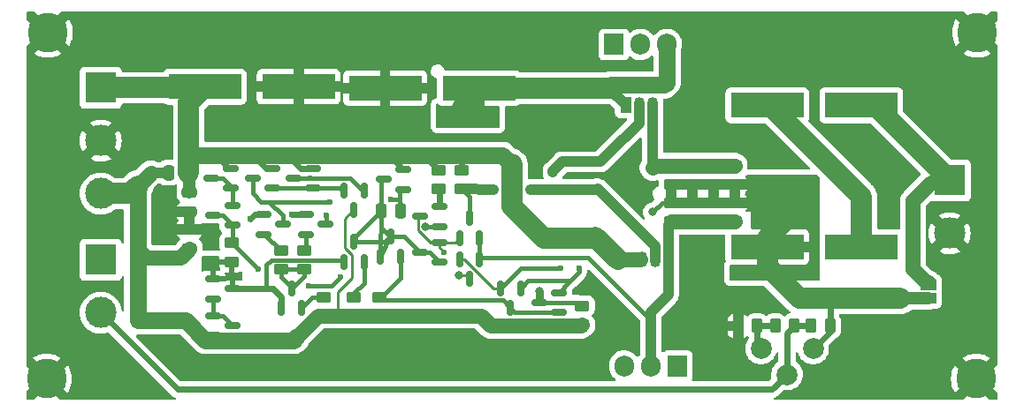
<source format=gbr>
%TF.GenerationSoftware,KiCad,Pcbnew,(6.0.2)*%
%TF.CreationDate,2022-12-26T11:42:45-08:00*%
%TF.ProjectId,discrete_op_amp,64697363-7265-4746-955f-6f705f616d70,rev?*%
%TF.SameCoordinates,Original*%
%TF.FileFunction,Copper,L1,Top*%
%TF.FilePolarity,Positive*%
%FSLAX46Y46*%
G04 Gerber Fmt 4.6, Leading zero omitted, Abs format (unit mm)*
G04 Created by KiCad (PCBNEW (6.0.2)) date 2022-12-26 11:42:45*
%MOMM*%
%LPD*%
G01*
G04 APERTURE LIST*
G04 Aperture macros list*
%AMRoundRect*
0 Rectangle with rounded corners*
0 $1 Rounding radius*
0 $2 $3 $4 $5 $6 $7 $8 $9 X,Y pos of 4 corners*
0 Add a 4 corners polygon primitive as box body*
4,1,4,$2,$3,$4,$5,$6,$7,$8,$9,$2,$3,0*
0 Add four circle primitives for the rounded corners*
1,1,$1+$1,$2,$3*
1,1,$1+$1,$4,$5*
1,1,$1+$1,$6,$7*
1,1,$1+$1,$8,$9*
0 Add four rect primitives between the rounded corners*
20,1,$1+$1,$2,$3,$4,$5,0*
20,1,$1+$1,$4,$5,$6,$7,0*
20,1,$1+$1,$6,$7,$8,$9,0*
20,1,$1+$1,$8,$9,$2,$3,0*%
G04 Aperture macros list end*
%TA.AperFunction,ComponentPad*%
%ADD10C,2.000000*%
%TD*%
%TA.AperFunction,SMDPad,CuDef*%
%ADD11R,7.000000X2.400000*%
%TD*%
%TA.AperFunction,ComponentPad*%
%ADD12R,3.000000X3.000000*%
%TD*%
%TA.AperFunction,ComponentPad*%
%ADD13C,3.000000*%
%TD*%
%TA.AperFunction,SMDPad,CuDef*%
%ADD14RoundRect,0.150000X-0.587500X-0.150000X0.587500X-0.150000X0.587500X0.150000X-0.587500X0.150000X0*%
%TD*%
%TA.AperFunction,SMDPad,CuDef*%
%ADD15RoundRect,0.250000X0.450000X-0.262500X0.450000X0.262500X-0.450000X0.262500X-0.450000X-0.262500X0*%
%TD*%
%TA.AperFunction,SMDPad,CuDef*%
%ADD16RoundRect,0.150000X0.587500X0.150000X-0.587500X0.150000X-0.587500X-0.150000X0.587500X-0.150000X0*%
%TD*%
%TA.AperFunction,ComponentPad*%
%ADD17O,1.905000X2.000000*%
%TD*%
%TA.AperFunction,ComponentPad*%
%ADD18R,1.905000X2.000000*%
%TD*%
%TA.AperFunction,SMDPad,CuDef*%
%ADD19RoundRect,0.250000X0.262500X0.450000X-0.262500X0.450000X-0.262500X-0.450000X0.262500X-0.450000X0*%
%TD*%
%TA.AperFunction,SMDPad,CuDef*%
%ADD20RoundRect,0.250000X-0.450000X0.262500X-0.450000X-0.262500X0.450000X-0.262500X0.450000X0.262500X0*%
%TD*%
%TA.AperFunction,ComponentPad*%
%ADD21C,3.800000*%
%TD*%
%TA.AperFunction,SMDPad,CuDef*%
%ADD22RoundRect,0.250000X-0.475000X0.250000X-0.475000X-0.250000X0.475000X-0.250000X0.475000X0.250000X0*%
%TD*%
%TA.AperFunction,SMDPad,CuDef*%
%ADD23RoundRect,0.150000X-0.150000X0.587500X-0.150000X-0.587500X0.150000X-0.587500X0.150000X0.587500X0*%
%TD*%
%TA.AperFunction,SMDPad,CuDef*%
%ADD24RoundRect,0.250000X0.250000X0.475000X-0.250000X0.475000X-0.250000X-0.475000X0.250000X-0.475000X0*%
%TD*%
%TA.AperFunction,SMDPad,CuDef*%
%ADD25RoundRect,0.150000X0.150000X-0.587500X0.150000X0.587500X-0.150000X0.587500X-0.150000X-0.587500X0*%
%TD*%
%TA.AperFunction,ComponentPad*%
%ADD26R,1.050000X1.500000*%
%TD*%
%TA.AperFunction,ComponentPad*%
%ADD27O,1.050000X1.500000*%
%TD*%
%TA.AperFunction,SMDPad,CuDef*%
%ADD28RoundRect,0.250000X-0.250000X-0.475000X0.250000X-0.475000X0.250000X0.475000X-0.250000X0.475000X0*%
%TD*%
%TA.AperFunction,SMDPad,CuDef*%
%ADD29R,1.500000X1.000000*%
%TD*%
%TA.AperFunction,ViaPad*%
%ADD30C,0.600000*%
%TD*%
%TA.AperFunction,ViaPad*%
%ADD31C,0.800000*%
%TD*%
%TA.AperFunction,Conductor*%
%ADD32C,0.600000*%
%TD*%
%TA.AperFunction,Conductor*%
%ADD33C,2.000000*%
%TD*%
%TA.AperFunction,Conductor*%
%ADD34C,0.400000*%
%TD*%
%TA.AperFunction,Conductor*%
%ADD35C,1.200000*%
%TD*%
%TA.AperFunction,Conductor*%
%ADD36C,1.000000*%
%TD*%
%TA.AperFunction,Conductor*%
%ADD37C,1.600000*%
%TD*%
%TA.AperFunction,Conductor*%
%ADD38C,1.400000*%
%TD*%
%TA.AperFunction,Conductor*%
%ADD39C,0.254000*%
%TD*%
%TA.AperFunction,Conductor*%
%ADD40C,0.800000*%
%TD*%
G04 APERTURE END LIST*
D10*
%TO.P,RV1,1,1*%
%TO.N,/Vout*%
X182509000Y-122809000D03*
%TO.P,RV1,2,2*%
%TO.N,/Vin*%
X180009000Y-125309000D03*
%TO.P,RV1,3,3*%
%TO.N,Net-(R19-Pad2)*%
X177509000Y-122809000D03*
%TD*%
D11*
%TO.P,C8,1*%
%TO.N,/SPKR+*%
X187126000Y-99469000D03*
%TO.P,C8,2*%
%TO.N,Net-(C7-Pad2)*%
X178126000Y-99469000D03*
%TD*%
D12*
%TO.P,J1,1,Pin_1*%
%TO.N,+15V*%
X114300000Y-97790000D03*
D13*
%TO.P,J1,2,Pin_2*%
%TO.N,GND*%
X114300000Y-102870000D03*
%TO.P,J1,3,Pin_3*%
%TO.N,-15V*%
X114300000Y-107950000D03*
%TD*%
D14*
%TO.P,Q13,1,B*%
%TO.N,/Vip*%
X129848500Y-109949000D03*
%TO.P,Q13,2,E*%
%TO.N,Net-(Q13-Pad2)*%
X129848500Y-111849000D03*
%TO.P,Q13,3,C*%
%TO.N,Net-(C6-Pad2)*%
X131723500Y-110899000D03*
%TD*%
D15*
%TO.P,R18,1*%
%TO.N,-15V*%
X160401000Y-120546500D03*
%TO.P,R18,2*%
%TO.N,Net-(Q21-Pad3)*%
X160401000Y-118721500D03*
%TD*%
D16*
%TO.P,Q10,1,B*%
%TO.N,Net-(C6-Pad2)*%
X143280500Y-107531000D03*
%TO.P,Q10,2,E*%
%TO.N,+15V*%
X143280500Y-105631000D03*
%TO.P,Q10,3,C*%
%TO.N,Net-(C6-Pad1)*%
X141405500Y-106581000D03*
%TD*%
%TO.P,Q2,1,B*%
%TO.N,Net-(Q2-Pad1)*%
X130707500Y-107404000D03*
%TO.P,Q2,2,E*%
%TO.N,+15V*%
X130707500Y-105504000D03*
%TO.P,Q2,3,C*%
%TO.N,Net-(C6-Pad2)*%
X128832500Y-106454000D03*
%TD*%
D17*
%TO.P,Q23,3,E*%
%TO.N,-15V*%
X168512000Y-93639000D03*
%TO.P,Q23,2,C*%
%TO.N,Net-(Q17-Pad1)*%
X165972000Y-93639000D03*
D18*
%TO.P,Q23,1,B*%
%TO.N,Net-(Q21-Pad3)*%
X163432000Y-93639000D03*
%TD*%
D15*
%TO.P,R1,1*%
%TO.N,Net-(Q6-Pad2)*%
X146661000Y-107493500D03*
%TO.P,R1,2*%
%TO.N,+15V*%
X146661000Y-105668500D03*
%TD*%
D16*
%TO.P,Q3,1,B*%
%TO.N,Net-(Q2-Pad1)*%
X134644500Y-107404000D03*
%TO.P,Q3,2,E*%
%TO.N,+15V*%
X134644500Y-105504000D03*
%TO.P,Q3,3,C*%
%TO.N,Net-(Q14-Pad3)*%
X132769500Y-106454000D03*
%TD*%
D19*
%TO.P,R20,1*%
%TO.N,Net-(R19-Pad2)*%
X177141000Y-120650000D03*
%TO.P,R20,2*%
%TO.N,GND*%
X175316000Y-120650000D03*
%TD*%
D20*
%TO.P,R11,1*%
%TO.N,Net-(Q17-Pad1)*%
X175006000Y-105259500D03*
%TO.P,R11,2*%
%TO.N,/Vout*%
X175006000Y-107084500D03*
%TD*%
D12*
%TO.P,J3,1,Pin_1*%
%TO.N,/Vip*%
X114300000Y-114300000D03*
D13*
%TO.P,J3,2,Pin_2*%
%TO.N,/Vin*%
X114300000Y-119380000D03*
%TD*%
D21*
%TO.P,H4,1,1*%
%TO.N,GND*%
X109117000Y-125730000D03*
%TD*%
%TO.P,H3,1,1*%
%TO.N,GND*%
X198223000Y-92484000D03*
%TD*%
D14*
%TO.P,Q14,1,B*%
%TO.N,/Vin*%
X133912500Y-109949000D03*
%TO.P,Q14,2,E*%
%TO.N,Net-(Q14-Pad2)*%
X133912500Y-111849000D03*
%TO.P,Q14,3,C*%
%TO.N,Net-(Q14-Pad3)*%
X135787500Y-110899000D03*
%TD*%
D15*
%TO.P,R13,1*%
%TO.N,Net-(Q20-Pad3)*%
X133756400Y-115212500D03*
%TO.P,R13,2*%
%TO.N,Net-(Q14-Pad2)*%
X133756400Y-113387500D03*
%TD*%
D22*
%TO.P,C2,1*%
%TO.N,+15V*%
X122785000Y-107790000D03*
%TO.P,C2,2*%
%TO.N,GND*%
X122785000Y-109690000D03*
%TD*%
D11*
%TO.P,C4,1*%
%TO.N,GND*%
X141526000Y-97818000D03*
%TO.P,C4,2*%
%TO.N,-15V*%
X150526000Y-97818000D03*
%TD*%
D23*
%TO.P,Q12,1,B*%
%TO.N,Net-(Q12-Pad1)*%
X150556000Y-114251500D03*
%TO.P,Q12,2,E*%
%TO.N,/Vout*%
X148656000Y-114251500D03*
%TO.P,Q12,3,C*%
%TO.N,Net-(Q11-Pad2)*%
X149606000Y-116126500D03*
%TD*%
D24*
%TO.P,C3,1*%
%TO.N,+15V*%
X122719000Y-105946000D03*
%TO.P,C3,2*%
%TO.N,-15V*%
X120819000Y-105946000D03*
%TD*%
D20*
%TO.P,R6,1*%
%TO.N,/Vout*%
X170942000Y-108815500D03*
%TO.P,R6,2*%
%TO.N,Net-(Q12-Pad1)*%
X170942000Y-110640500D03*
%TD*%
D11*
%TO.P,C7,1*%
%TO.N,/Vout*%
X178126000Y-113058000D03*
%TO.P,C7,2*%
%TO.N,Net-(C7-Pad2)*%
X187126000Y-113058000D03*
%TD*%
D16*
%TO.P,Q8,1,B*%
%TO.N,/VBP*%
X126897500Y-110960000D03*
%TO.P,Q8,2,E*%
%TO.N,Net-(Q1-Pad1)*%
X126897500Y-109060000D03*
%TO.P,Q8,3,C*%
%TO.N,/VBP*%
X125022500Y-110010000D03*
%TD*%
%TO.P,Q1,1,B*%
%TO.N,Net-(Q1-Pad1)*%
X126770500Y-107404000D03*
%TO.P,Q1,2,E*%
%TO.N,+15V*%
X126770500Y-105504000D03*
%TO.P,Q1,3,C*%
%TO.N,Net-(Q1-Pad1)*%
X124895500Y-106454000D03*
%TD*%
D15*
%TO.P,R14,1*%
%TO.N,-15V*%
X138533000Y-119685500D03*
%TO.P,R14,2*%
%TO.N,Net-(Q16-Pad2)*%
X138533000Y-117860500D03*
%TD*%
%TO.P,R17,1*%
%TO.N,-15V*%
X135636000Y-119685500D03*
%TO.P,R17,2*%
%TO.N,Net-(Q20-Pad2)*%
X135636000Y-117860500D03*
%TD*%
D11*
%TO.P,C1,1*%
%TO.N,+15V*%
X124254000Y-97691000D03*
%TO.P,C1,2*%
%TO.N,GND*%
X133254000Y-97691000D03*
%TD*%
D14*
%TO.P,Q15,1,B*%
%TO.N,/VBN*%
X125022500Y-116144000D03*
%TO.P,Q15,2,E*%
%TO.N,Net-(Q15-Pad2)*%
X125022500Y-118044000D03*
%TO.P,Q15,3,C*%
%TO.N,/VBN*%
X126897500Y-117094000D03*
%TD*%
D25*
%TO.P,Q16,1,B*%
%TO.N,/VBN*%
X137607000Y-114475500D03*
%TO.P,Q16,2,E*%
%TO.N,Net-(Q16-Pad2)*%
X139507000Y-114475500D03*
%TO.P,Q16,3,C*%
%TO.N,Net-(C6-Pad1)*%
X138557000Y-112600500D03*
%TD*%
D18*
%TO.P,Q5,1,B*%
%TO.N,Net-(Q4-Pad2)*%
X169521000Y-124492500D03*
D17*
%TO.P,Q5,2,C*%
%TO.N,Net-(Q12-Pad1)*%
X166981000Y-124492500D03*
%TO.P,Q5,3,E*%
%TO.N,+15V*%
X164441000Y-124492500D03*
%TD*%
D19*
%TO.P,R19,1*%
%TO.N,/Vin*%
X180697000Y-120650000D03*
%TO.P,R19,2*%
%TO.N,Net-(R19-Pad2)*%
X178872000Y-120650000D03*
%TD*%
D25*
%TO.P,Q18,1,B*%
%TO.N,Net-(C6-Pad1)*%
X141086800Y-113967500D03*
%TO.P,Q18,2,E*%
%TO.N,Net-(Q17-Pad3)*%
X142986800Y-113967500D03*
%TO.P,Q18,3,C*%
%TO.N,Net-(C6-Pad1)*%
X142036800Y-112092500D03*
%TD*%
D20*
%TO.P,R12,1*%
%TO.N,Net-(Q13-Pad2)*%
X131548000Y-113387500D03*
%TO.P,R12,2*%
%TO.N,Net-(Q20-Pad3)*%
X131548000Y-115212500D03*
%TD*%
%TO.P,R3,1*%
%TO.N,/VBP*%
X126849000Y-112653500D03*
%TO.P,R3,2*%
%TO.N,/VBN*%
X126849000Y-114478500D03*
%TD*%
%TO.P,R4,1*%
%TO.N,/Vout*%
X175006000Y-108815500D03*
%TO.P,R4,2*%
%TO.N,Net-(Q12-Pad1)*%
X175006000Y-110640500D03*
%TD*%
D23*
%TO.P,Q17,1,B*%
%TO.N,Net-(Q17-Pad1)*%
X154493000Y-117045500D03*
%TO.P,Q17,2,E*%
%TO.N,/Vout*%
X152593000Y-117045500D03*
%TO.P,Q17,3,C*%
%TO.N,Net-(Q17-Pad3)*%
X153543000Y-118920500D03*
%TD*%
D26*
%TO.P,Q22,1,E*%
%TO.N,-15V*%
X164568000Y-99448000D03*
D27*
%TO.P,Q22,2,B*%
%TO.N,Net-(Q21-Pad3)*%
X165838000Y-99448000D03*
%TO.P,Q22,3,C*%
%TO.N,Net-(Q17-Pad1)*%
X167108000Y-99448000D03*
%TD*%
D23*
%TO.P,Q7,1,B*%
%TO.N,Net-(Q14-Pad3)*%
X139507000Y-107675500D03*
%TO.P,Q7,2,E*%
%TO.N,Net-(Q2-Pad1)*%
X137607000Y-107675500D03*
%TO.P,Q7,3,C*%
%TO.N,-15V*%
X138557000Y-109550500D03*
%TD*%
D25*
%TO.P,Q20,1,B*%
%TO.N,/VBN*%
X131614000Y-118920500D03*
%TO.P,Q20,2,E*%
%TO.N,Net-(Q20-Pad2)*%
X133514000Y-118920500D03*
%TO.P,Q20,3,C*%
%TO.N,Net-(Q20-Pad3)*%
X132564000Y-117045500D03*
%TD*%
D16*
%TO.P,Q6,1,B*%
%TO.N,/VBP*%
X146709500Y-111087000D03*
%TO.P,Q6,2,E*%
%TO.N,Net-(Q6-Pad2)*%
X146709500Y-109187000D03*
%TO.P,Q6,3,C*%
%TO.N,Net-(Q11-Pad2)*%
X144834500Y-110137000D03*
%TD*%
D21*
%TO.P,H2,1,1*%
%TO.N,GND*%
X198120000Y-125730000D03*
%TD*%
D20*
%TO.P,R8,1*%
%TO.N,Net-(Q17-Pad1)*%
X168910000Y-105259500D03*
%TO.P,R8,2*%
%TO.N,/Vout*%
X168910000Y-107084500D03*
%TD*%
D25*
%TO.P,Q9,1,B*%
%TO.N,Net-(Q11-Pad2)*%
X148656000Y-112189500D03*
%TO.P,Q9,2,E*%
%TO.N,Net-(Q12-Pad1)*%
X150556000Y-112189500D03*
%TO.P,Q9,3,C*%
%TO.N,Net-(Q4-Pad2)*%
X149606000Y-110314500D03*
%TD*%
D20*
%TO.P,R10,1*%
%TO.N,Net-(Q17-Pad1)*%
X172946000Y-105259500D03*
%TO.P,R10,2*%
%TO.N,/Vout*%
X172946000Y-107084500D03*
%TD*%
D14*
%TO.P,Q19,1,B*%
%TO.N,Net-(Q15-Pad2)*%
X125022500Y-119644000D03*
%TO.P,Q19,2,E*%
%TO.N,-15V*%
X125022500Y-121544000D03*
%TO.P,Q19,3,C*%
%TO.N,Net-(Q15-Pad2)*%
X126897500Y-120594000D03*
%TD*%
D19*
%TO.P,R15,1*%
%TO.N,/Vout*%
X184149500Y-120650000D03*
%TO.P,R15,2*%
%TO.N,/Vin*%
X182324500Y-120650000D03*
%TD*%
D16*
%TO.P,Q11,1,B*%
%TO.N,Net-(C6-Pad1)*%
X146709500Y-114516000D03*
%TO.P,Q11,2,E*%
%TO.N,Net-(Q11-Pad2)*%
X146709500Y-112616000D03*
%TO.P,Q11,3,C*%
%TO.N,Net-(C6-Pad1)*%
X144834500Y-113566000D03*
%TD*%
D28*
%TO.P,C6,1*%
%TO.N,Net-(C6-Pad1)*%
X141139000Y-109629000D03*
%TO.P,C6,2*%
%TO.N,Net-(C6-Pad2)*%
X143039000Y-109629000D03*
%TD*%
D29*
%TO.P,JP1,1,A*%
%TO.N,/SPKR+*%
X193548000Y-116698000D03*
%TO.P,JP1,2,B*%
%TO.N,/Vout*%
X193548000Y-117998000D03*
%TD*%
D16*
%TO.P,Q21,1,B*%
%TO.N,Net-(Q17-Pad3)*%
X158163500Y-119342000D03*
%TO.P,Q21,2,E*%
%TO.N,Net-(Q17-Pad1)*%
X158163500Y-117442000D03*
%TO.P,Q21,3,C*%
%TO.N,Net-(Q21-Pad3)*%
X156288500Y-118392000D03*
%TD*%
D26*
%TO.P,Q4,1,C*%
%TO.N,Net-(Q12-Pad1)*%
X168632000Y-114300000D03*
D27*
%TO.P,Q4,2,B*%
%TO.N,Net-(Q4-Pad2)*%
X167362000Y-114300000D03*
%TO.P,Q4,3,E*%
%TO.N,+15V*%
X166092000Y-114300000D03*
%TD*%
D21*
%TO.P,H1,1,1*%
%TO.N,GND*%
X109220000Y-92484000D03*
%TD*%
D12*
%TO.P,J2,1,Pin_1*%
%TO.N,/SPKR+*%
X195580000Y-106680000D03*
D13*
%TO.P,J2,2,Pin_2*%
%TO.N,GND*%
X195580000Y-111760000D03*
%TD*%
D15*
%TO.P,R2,1*%
%TO.N,Net-(Q4-Pad2)*%
X148820000Y-107493500D03*
%TO.P,R2,2*%
%TO.N,+15V*%
X148820000Y-105668500D03*
%TD*%
D20*
%TO.P,R16,1*%
%TO.N,Net-(Q17-Pad3)*%
X140946000Y-117860500D03*
%TO.P,R16,2*%
%TO.N,-15V*%
X140946000Y-119685500D03*
%TD*%
%TO.P,R7,1*%
%TO.N,/Vout*%
X168910000Y-108815500D03*
%TO.P,R7,2*%
%TO.N,Net-(Q12-Pad1)*%
X168910000Y-110640500D03*
%TD*%
D22*
%TO.P,C5,1*%
%TO.N,GND*%
X122785000Y-111346000D03*
%TO.P,C5,2*%
%TO.N,-15V*%
X122785000Y-113246000D03*
%TD*%
D20*
%TO.P,R9,1*%
%TO.N,Net-(Q17-Pad1)*%
X170942000Y-105259500D03*
%TO.P,R9,2*%
%TO.N,/Vout*%
X170942000Y-107084500D03*
%TD*%
%TO.P,R5,1*%
%TO.N,/Vout*%
X172974000Y-108815500D03*
%TO.P,R5,2*%
%TO.N,Net-(Q12-Pad1)*%
X172974000Y-110640500D03*
%TD*%
D30*
%TO.N,GND*%
X187325000Y-104648000D03*
X189865000Y-104648000D03*
X130556000Y-102616000D03*
X125476000Y-102616000D03*
%TO.N,/VBP*%
X137287000Y-115951000D03*
X134239000Y-116840000D03*
D31*
%TO.N,Net-(Q21-Pad3)*%
X157607000Y-105918000D03*
D30*
%TO.N,GND*%
X164846000Y-108331000D03*
X165354000Y-106426000D03*
X162687000Y-118110000D03*
X112776000Y-125349000D03*
X117856000Y-125349000D03*
D31*
%TO.N,Net-(Q4-Pad2)*%
X155448000Y-107569000D03*
X151892000Y-107569000D03*
D30*
%TO.N,-15V*%
X149709000Y-100358000D03*
X151741000Y-100358000D03*
X147677000Y-100358000D03*
X150725000Y-100358000D03*
X148693000Y-100358000D03*
D31*
%TO.N,/Vout*%
X167132000Y-109728000D03*
D30*
X158345000Y-115090000D03*
%TO.N,GND*%
X150725000Y-102644000D03*
X171553000Y-114328000D03*
X135485000Y-102644000D03*
X160528000Y-102644000D03*
X122785000Y-93246000D03*
X175363000Y-92484000D03*
X185523000Y-92484000D03*
X132945000Y-93246000D03*
X153265000Y-93246000D03*
X177903000Y-95786000D03*
X176784000Y-104648000D03*
X125730000Y-124460000D03*
X182983000Y-95786000D03*
X191770000Y-121920000D03*
X125071000Y-111534000D03*
X143105000Y-93246000D03*
X120650000Y-110490000D03*
X127865000Y-93246000D03*
X120650000Y-111760000D03*
X130810000Y-124460000D03*
X158345000Y-93246000D03*
X151130000Y-123190000D03*
X173482000Y-119126000D03*
X138025000Y-93246000D03*
X124563000Y-112550000D03*
X145645000Y-102644000D03*
X186690000Y-121920000D03*
X140970000Y-123190000D03*
X155805000Y-102644000D03*
X196850000Y-121920000D03*
X197358000Y-117348000D03*
X180443000Y-92484000D03*
X135890000Y-123190000D03*
X148185000Y-93246000D03*
X179324000Y-104648000D03*
X146050000Y-123190000D03*
X176022000Y-119126000D03*
X140565000Y-102644000D03*
X178562000Y-119126000D03*
%TO.N,/Vip*%
X128627000Y-110391000D03*
%TO.N,/Vin*%
X132588000Y-109982000D03*
%TO.N,Net-(Q14-Pad3)*%
X134342000Y-106503500D03*
X135866000Y-110010000D03*
%TO.N,/VBP*%
X129413000Y-115189000D03*
D31*
X145415000Y-111125000D03*
D30*
%TO.N,Net-(Q11-Pad2)*%
X147169000Y-113566000D03*
D31*
X148590000Y-115824000D03*
%TO.N,Net-(Q17-Pad1)*%
X167108000Y-105739000D03*
D30*
X160123000Y-115090000D03*
D31*
%TO.N,Net-(Q21-Pad3)*%
X156337000Y-117348000D03*
D30*
%TO.N,Net-(C6-Pad2)*%
X136247000Y-108740000D03*
X142089000Y-108486000D03*
%TD*%
D32*
%TO.N,/Vin*%
X178572000Y-126746000D02*
X121666000Y-126746000D01*
X180009000Y-125309000D02*
X178572000Y-126746000D01*
D33*
%TO.N,/Vout*%
X178126000Y-113058000D02*
X178126000Y-112196000D01*
X178126000Y-112196000D02*
X179959000Y-110363000D01*
%TO.N,/SPKR+*%
X187126000Y-99469000D02*
X188369000Y-99469000D01*
X188369000Y-99469000D02*
X195580000Y-106680000D01*
%TO.N,Net-(C7-Pad2)*%
X187126000Y-108259000D02*
X187126000Y-113058000D01*
X178336000Y-99469000D02*
X187126000Y-108259000D01*
X178126000Y-99469000D02*
X178336000Y-99469000D01*
D32*
%TO.N,Net-(R19-Pad2)*%
X177141000Y-122441000D02*
X177509000Y-122809000D01*
X177141000Y-120650000D02*
X177141000Y-122441000D01*
%TO.N,/Vin*%
X180009000Y-121338000D02*
X180697000Y-120650000D01*
X180009000Y-125309000D02*
X180009000Y-121338000D01*
D34*
%TO.N,/Vout*%
X184149500Y-118012500D02*
X184135000Y-117998000D01*
D32*
X184149500Y-120650000D02*
X184149500Y-118012500D01*
D33*
X184135000Y-117998000D02*
X190866000Y-117998000D01*
X181161000Y-117998000D02*
X184135000Y-117998000D01*
D34*
X184149500Y-121168500D02*
X184149500Y-120650000D01*
D32*
X182509000Y-122809000D02*
X184149500Y-121168500D01*
D35*
X193548000Y-117998000D02*
X190866000Y-117998000D01*
D33*
X178126000Y-113058000D02*
X178126000Y-114963000D01*
X178126000Y-114963000D02*
X181161000Y-117998000D01*
D34*
%TO.N,/VBP*%
X134239000Y-116840000D02*
X136398000Y-116840000D01*
X136398000Y-116840000D02*
X137287000Y-115951000D01*
D36*
%TO.N,Net-(Q21-Pad3)*%
X158496000Y-104902000D02*
X157607000Y-105791000D01*
X162134000Y-104902000D02*
X158496000Y-104902000D01*
X162896000Y-104140000D02*
X162134000Y-104902000D01*
X157607000Y-105791000D02*
X157607000Y-105918000D01*
X165838000Y-101198000D02*
X162896000Y-104140000D01*
X165838000Y-99448000D02*
X165838000Y-101198000D01*
%TO.N,Net-(Q4-Pad2)*%
X148820000Y-107493500D02*
X151892000Y-107569000D01*
X155448000Y-107569000D02*
X161780000Y-107569000D01*
D37*
%TO.N,+15V*%
X161544000Y-112268000D02*
X161671000Y-112141000D01*
D33*
X161671000Y-112141000D02*
X163830000Y-114300000D01*
X156718000Y-112268000D02*
X161544000Y-112268000D01*
X153670000Y-109220000D02*
X156718000Y-112268000D01*
X153670000Y-105156000D02*
X153670000Y-109220000D01*
D37*
X152781000Y-104267000D02*
X153670000Y-105156000D01*
X148844000Y-104267000D02*
X152781000Y-104267000D01*
D32*
%TO.N,/Vin*%
X114300000Y-119380000D02*
X121666000Y-126746000D01*
D36*
%TO.N,Net-(Q12-Pad1)*%
X166981000Y-119321478D02*
X166981000Y-124492500D01*
D37*
%TO.N,-15V*%
X168512000Y-97283000D02*
X168512000Y-93639000D01*
X168259000Y-97536000D02*
X168512000Y-97283000D01*
X163118500Y-97536000D02*
X168259000Y-97536000D01*
D34*
%TO.N,Net-(Q4-Pad2)*%
X161780000Y-107569000D02*
X161855500Y-107493500D01*
D32*
%TO.N,+15V*%
X141916500Y-104267000D02*
X143280500Y-105631000D01*
X132969000Y-105029000D02*
X133444000Y-105504000D01*
D37*
X125349000Y-104267000D02*
X128905000Y-104267000D01*
D32*
X122785000Y-106012000D02*
X122719000Y-105946000D01*
D37*
X132969000Y-104267000D02*
X141224000Y-104267000D01*
D32*
X148844000Y-105644500D02*
X148820000Y-105668500D01*
D33*
X122719000Y-105946000D02*
X122719000Y-104992000D01*
D32*
X141224000Y-104267000D02*
X141916500Y-104267000D01*
D37*
X128905000Y-104267000D02*
X132969000Y-104267000D01*
D33*
X122719000Y-104992000D02*
X122719000Y-99226000D01*
X124155000Y-97790000D02*
X124254000Y-97691000D01*
D37*
X141224000Y-104267000D02*
X145796000Y-104267000D01*
X145796000Y-104267000D02*
X148844000Y-104267000D01*
D32*
X132969000Y-104267000D02*
X132969000Y-105029000D01*
D35*
X122785000Y-107790000D02*
X122785000Y-106012000D01*
D32*
X130707500Y-105504000D02*
X130142000Y-105504000D01*
X148844000Y-104267000D02*
X148844000Y-105644500D01*
D33*
X122719000Y-99226000D02*
X124254000Y-97691000D01*
D37*
X122719000Y-105946000D02*
X122719000Y-105881000D01*
D32*
X122719000Y-105946000D02*
X123161000Y-105504000D01*
X145796000Y-104267000D02*
X145796000Y-104803500D01*
X145796000Y-104803500D02*
X146661000Y-105668500D01*
X126586000Y-105504000D02*
X125349000Y-104267000D01*
D37*
X123444000Y-104267000D02*
X125349000Y-104267000D01*
D32*
X133444000Y-105504000D02*
X134644500Y-105504000D01*
D38*
X163830000Y-114300000D02*
X165937480Y-114300000D01*
D32*
X130142000Y-105504000D02*
X128905000Y-104267000D01*
D33*
X114300000Y-97790000D02*
X124155000Y-97790000D01*
D32*
X126770500Y-105504000D02*
X126586000Y-105504000D01*
D39*
%TO.N,-15V*%
X136985500Y-117399500D02*
X138360520Y-116024480D01*
D33*
X117098000Y-107950000D02*
X117832000Y-107216000D01*
D37*
X117856000Y-120142000D02*
X122428000Y-120142000D01*
D36*
X119102000Y-105946000D02*
X120819000Y-105946000D01*
D38*
X119864000Y-114074000D02*
X121957000Y-114074000D01*
X151638000Y-120650000D02*
X160297500Y-120650000D01*
X117832000Y-107216000D02*
X119102000Y-105946000D01*
X121957000Y-114074000D02*
X122785000Y-113246000D01*
X135104000Y-119685500D02*
X140946000Y-119685500D01*
D33*
X150526000Y-97818000D02*
X162938000Y-97818000D01*
D37*
X124333000Y-122047000D02*
X132742500Y-122047000D01*
D38*
X117832000Y-113312000D02*
X117832000Y-114276000D01*
D39*
X138455100Y-109550500D02*
X137668000Y-110337600D01*
D38*
X133123500Y-121666000D02*
X135104000Y-119685500D01*
X140946000Y-119685500D02*
X150673500Y-119685500D01*
D39*
X137668000Y-110337600D02*
X137668000Y-113125099D01*
D37*
X148693000Y-99651000D02*
X150526000Y-97818000D01*
X148693000Y-100358000D02*
X148693000Y-99651000D01*
X117856000Y-113336000D02*
X117856000Y-120142000D01*
D39*
X137668000Y-113125099D02*
X138360520Y-113817619D01*
D33*
X114300000Y-107950000D02*
X117098000Y-107950000D01*
D39*
X138360520Y-113817619D02*
X138360520Y-116024480D01*
D37*
X117832000Y-113312000D02*
X117832000Y-107216000D01*
D38*
X117832000Y-113312000D02*
X117856000Y-113336000D01*
X150673500Y-119685500D02*
X151638000Y-120650000D01*
X160297500Y-120650000D02*
X160401000Y-120546500D01*
D37*
X132742500Y-122047000D02*
X133123500Y-121666000D01*
D39*
X136985500Y-119685500D02*
X136985500Y-117399500D01*
D36*
X162938000Y-97818000D02*
X164568000Y-99448000D01*
D38*
X119864000Y-114074000D02*
X118594000Y-114074000D01*
X118594000Y-114074000D02*
X117832000Y-113312000D01*
D37*
X122428000Y-120142000D02*
X124333000Y-122047000D01*
D39*
X138557000Y-109550500D02*
X138455100Y-109550500D01*
%TO.N,/Vout*%
X148656000Y-114251500D02*
X149144599Y-114251500D01*
D34*
X168044500Y-108815500D02*
X167132000Y-109728000D01*
X154548500Y-115090000D02*
X152593000Y-117045500D01*
D39*
X149144599Y-114251500D02*
X151938599Y-117045500D01*
D34*
X168910000Y-108815500D02*
X168044500Y-108815500D01*
X158345000Y-115090000D02*
X154548500Y-115090000D01*
D39*
X151938599Y-117045500D02*
X152593000Y-117045500D01*
D32*
%TO.N,/Vip*%
X129069000Y-109949000D02*
X128627000Y-110391000D01*
X129848500Y-109949000D02*
X129069000Y-109949000D01*
%TO.N,/Vin*%
X133912500Y-109949000D02*
X132621000Y-109949000D01*
D34*
X132621000Y-109949000D02*
X132588000Y-109982000D01*
D32*
X180697000Y-120650000D02*
X182324500Y-120650000D01*
D34*
%TO.N,Net-(Q1-Pad1)*%
X125022500Y-106454000D02*
X125947500Y-106454000D01*
X125947500Y-106454000D02*
X126897500Y-107404000D01*
X126897500Y-107404000D02*
X126897500Y-109060000D01*
%TO.N,Net-(Q2-Pad1)*%
X137184500Y-107404000D02*
X137456000Y-107675500D01*
X130707500Y-107404000D02*
X137184500Y-107404000D01*
%TO.N,Net-(Q14-Pad3)*%
X132769500Y-106454000D02*
X134292500Y-106454000D01*
X135866000Y-110883000D02*
X135850000Y-110899000D01*
X135866000Y-110010000D02*
X135866000Y-110883000D01*
X134342000Y-106503500D02*
X138184000Y-106503500D01*
X134292500Y-106454000D02*
X134342000Y-106503500D01*
X138184000Y-106503500D02*
X139356000Y-107675500D01*
%TO.N,/VBP*%
X129413000Y-115189000D02*
X129031500Y-114836000D01*
X129031500Y-114836000D02*
X126849000Y-112653500D01*
X125947500Y-110010000D02*
X126897500Y-110960000D01*
X146671500Y-111125000D02*
X146709500Y-111087000D01*
X125022500Y-110010000D02*
X125947500Y-110010000D01*
X145415000Y-111125000D02*
X146671500Y-111125000D01*
X126897500Y-110960000D02*
X126897500Y-112605000D01*
X126897500Y-112605000D02*
X126849000Y-112653500D01*
D32*
%TO.N,Net-(Q6-Pad2)*%
X146709500Y-107542000D02*
X146661000Y-107493500D01*
X146709500Y-109187000D02*
X146709500Y-107542000D01*
D39*
%TO.N,Net-(Q11-Pad2)*%
X149303500Y-115824000D02*
X149606000Y-116126500D01*
X146709500Y-113106500D02*
X147169000Y-113566000D01*
X144688489Y-110283011D02*
X144688489Y-111425932D01*
X145878557Y-112616000D02*
X146709500Y-112616000D01*
X144688489Y-111425932D02*
X145878557Y-112616000D01*
X148590000Y-115824000D02*
X149303500Y-115824000D01*
X144834500Y-110137000D02*
X144688489Y-110283011D01*
X146709500Y-112616000D02*
X148229500Y-112616000D01*
X148229500Y-112616000D02*
X148656000Y-112189500D01*
X146709500Y-112616000D02*
X146709500Y-113106500D01*
D34*
%TO.N,Net-(Q13-Pad2)*%
X129848500Y-111849000D02*
X130009500Y-111849000D01*
X130009500Y-111849000D02*
X131548000Y-113387500D01*
%TO.N,Net-(Q14-Pad2)*%
X133912500Y-113231400D02*
X133756400Y-113387500D01*
X133912500Y-111849000D02*
X133912500Y-113231400D01*
%TO.N,/VBN*%
X137558980Y-114300480D02*
X130682520Y-114300480D01*
D32*
X130810000Y-117094000D02*
X131614000Y-117898000D01*
X131614000Y-117898000D02*
X131614000Y-118920500D01*
X126897500Y-117094000D02*
X130175000Y-117094000D01*
D34*
X130682520Y-114300480D02*
X130175000Y-114808000D01*
D32*
X130175000Y-117094000D02*
X130810000Y-117094000D01*
D34*
X130175000Y-114808000D02*
X130175000Y-117094000D01*
%TO.N,Net-(Q15-Pad2)*%
X125022500Y-119644000D02*
X125947500Y-119644000D01*
X125947500Y-119644000D02*
X126897500Y-120594000D01*
X125022500Y-119644000D02*
X125022500Y-117945000D01*
%TO.N,Net-(Q16-Pad2)*%
X139507000Y-116525000D02*
X139507000Y-114475500D01*
X138533000Y-117499000D02*
X139507000Y-116525000D01*
X138533000Y-117860500D02*
X138533000Y-117499000D01*
%TO.N,Net-(Q17-Pad3)*%
X141268020Y-118182520D02*
X152805020Y-118182520D01*
X141168700Y-117860500D02*
X142986800Y-116042400D01*
X140946000Y-117860500D02*
X141168700Y-117860500D01*
X142986800Y-116042400D02*
X142986800Y-113967500D01*
X140946000Y-117860500D02*
X141268020Y-118182520D01*
X153543000Y-118920500D02*
X153964500Y-119342000D01*
X153964500Y-119342000D02*
X158163500Y-119342000D01*
X152805020Y-118182520D02*
X153543000Y-118920500D01*
%TO.N,Net-(Q20-Pad2)*%
X134574000Y-117860500D02*
X133514000Y-118920500D01*
X135636000Y-117860500D02*
X134574000Y-117860500D01*
%TO.N,Net-(Q20-Pad3)*%
X133756400Y-115212500D02*
X133756400Y-115853100D01*
X131548000Y-115967000D02*
X132564000Y-116983000D01*
X131548000Y-115212500D02*
X133756400Y-115212500D01*
X131548000Y-115212500D02*
X131548000Y-115967000D01*
X133756400Y-115853100D02*
X132564000Y-117045500D01*
D36*
%TO.N,Net-(Q12-Pad1)*%
X168632000Y-110918500D02*
X168910000Y-110640500D01*
X166981000Y-119321478D02*
X166981000Y-120133000D01*
D34*
X160938000Y-114090000D02*
X150717500Y-114090000D01*
D38*
X168910000Y-110640500D02*
X175006000Y-110640500D01*
D36*
X168632000Y-117670478D02*
X166981000Y-119321478D01*
X168632000Y-114300000D02*
X168632000Y-110918500D01*
D34*
X150717500Y-114090000D02*
X150556000Y-114251500D01*
D36*
X168632000Y-114300000D02*
X168632000Y-117670478D01*
D34*
X150556000Y-112189500D02*
X150556000Y-114251500D01*
X160938000Y-114090000D02*
X166981000Y-120133000D01*
%TO.N,Net-(Q4-Pad2)*%
X149606000Y-108279500D02*
X148820000Y-107493500D01*
D36*
X167362000Y-113000000D02*
X167362000Y-114300000D01*
D34*
X149606000Y-110314500D02*
X149606000Y-108279500D01*
D36*
X161855500Y-107493500D02*
X167362000Y-113000000D01*
D34*
%TO.N,Net-(Q17-Pad1)*%
X154493000Y-117033000D02*
X155194000Y-116332000D01*
X159131000Y-116332000D02*
X159202250Y-116403250D01*
X160123000Y-115482500D02*
X159202250Y-116403250D01*
X159202250Y-116403250D02*
X158163500Y-117442000D01*
X155194000Y-116332000D02*
X159131000Y-116332000D01*
D38*
X167282500Y-105259500D02*
X167108000Y-105434000D01*
D34*
X154493000Y-117045500D02*
X154493000Y-117033000D01*
X160123000Y-115090000D02*
X160123000Y-115482500D01*
D36*
X167108000Y-105434000D02*
X167108000Y-105739000D01*
D38*
X175006000Y-105259500D02*
X167282500Y-105259500D01*
D36*
X167108000Y-99448000D02*
X167108000Y-105434000D01*
D34*
%TO.N,Net-(Q21-Pad3)*%
X160071500Y-118392000D02*
X160401000Y-118721500D01*
D40*
X156337000Y-117348000D02*
X156337000Y-118343500D01*
D34*
X156288500Y-118392000D02*
X160071500Y-118392000D01*
D38*
%TO.N,/SPKR+*%
X193803000Y-106855000D02*
X192053489Y-108604511D01*
X193348480Y-116498480D02*
X193548000Y-116498480D01*
X192053489Y-108604511D02*
X192053489Y-115203489D01*
X192053489Y-115203489D02*
X193348480Y-116498480D01*
D32*
%TO.N,Net-(R19-Pad2)*%
X178872000Y-120650000D02*
X177141000Y-120650000D01*
D34*
%TO.N,Net-(C6-Pad2)*%
X131723500Y-110899000D02*
X131723500Y-110062500D01*
X142899500Y-109489500D02*
X143039000Y-109629000D01*
X142089000Y-108486000D02*
X142851000Y-108486000D01*
D39*
X142851000Y-108486000D02*
X142899500Y-108534500D01*
D34*
X128832500Y-106454000D02*
X128832500Y-107945500D01*
X142899500Y-108534500D02*
X142899500Y-109489500D01*
X142899500Y-107531000D02*
X142899500Y-108534500D01*
X130401000Y-108740000D02*
X136247000Y-108740000D01*
X129627000Y-108740000D02*
X130401000Y-108740000D01*
X131723500Y-110062500D02*
X130401000Y-108740000D01*
X128832500Y-107945500D02*
X129627000Y-108740000D01*
%TO.N,Net-(C6-Pad1)*%
X138684000Y-112600500D02*
X138684000Y-112084000D01*
X141986000Y-112092500D02*
X143361000Y-112092500D01*
X138684000Y-112600500D02*
X141478000Y-112600500D01*
X141139000Y-109629000D02*
X141139000Y-106847500D01*
X145759500Y-113566000D02*
X146709500Y-114516000D01*
X141139000Y-106847500D02*
X141405500Y-106581000D01*
X141478000Y-112600500D02*
X141986000Y-112092500D01*
X141086800Y-113967500D02*
X141139000Y-109629000D01*
X143361000Y-112092500D02*
X144834500Y-113566000D01*
X138684000Y-112084000D02*
X141139000Y-109629000D01*
X141986000Y-112092500D02*
X141086800Y-113967500D01*
X144834500Y-113566000D02*
X145759500Y-113566000D01*
X141139000Y-111245500D02*
X141986000Y-112092500D01*
%TD*%
%TA.AperFunction,Conductor*%
%TO.N,/Vout*%
G36*
X182921589Y-106192002D02*
G01*
X182942563Y-106208905D01*
X183097095Y-106363437D01*
X183131121Y-106425749D01*
X183134000Y-106452532D01*
X183134000Y-111698848D01*
X183127922Y-111732380D01*
X183128855Y-111732602D01*
X183127027Y-111740290D01*
X183124255Y-111747684D01*
X183117500Y-111809866D01*
X183117500Y-114306134D01*
X183124255Y-114368316D01*
X183127027Y-114375710D01*
X183128855Y-114383398D01*
X183127922Y-114383620D01*
X183134000Y-114417152D01*
X183134000Y-116206000D01*
X183113998Y-116274121D01*
X183060342Y-116320614D01*
X183008000Y-116332000D01*
X174624000Y-116332000D01*
X174555879Y-116311998D01*
X174509386Y-116258342D01*
X174498000Y-116206000D01*
X174498000Y-114892000D01*
X174518002Y-114823879D01*
X174571658Y-114777386D01*
X174624000Y-114766000D01*
X177607885Y-114766000D01*
X177623124Y-114761525D01*
X177624329Y-114760135D01*
X177626000Y-114752452D01*
X177626000Y-114747884D01*
X178626000Y-114747884D01*
X178630475Y-114763123D01*
X178631865Y-114764328D01*
X178639548Y-114765999D01*
X181670669Y-114765999D01*
X181677490Y-114765629D01*
X181728352Y-114760105D01*
X181743604Y-114756479D01*
X181864054Y-114711324D01*
X181879649Y-114702786D01*
X181981724Y-114626285D01*
X181994285Y-114613724D01*
X182070786Y-114511649D01*
X182079324Y-114496054D01*
X182124478Y-114375606D01*
X182128105Y-114360351D01*
X182133631Y-114309486D01*
X182134000Y-114302672D01*
X182134000Y-113576115D01*
X182129525Y-113560876D01*
X182128135Y-113559671D01*
X182120452Y-113558000D01*
X178644115Y-113558000D01*
X178628876Y-113562475D01*
X178627671Y-113563865D01*
X178626000Y-113571548D01*
X178626000Y-114747884D01*
X177626000Y-114747884D01*
X177626000Y-112539885D01*
X178626000Y-112539885D01*
X178630475Y-112555124D01*
X178631865Y-112556329D01*
X178639548Y-112558000D01*
X182115884Y-112558000D01*
X182131123Y-112553525D01*
X182132328Y-112552135D01*
X182133999Y-112544452D01*
X182133999Y-111813331D01*
X182133629Y-111806510D01*
X182128105Y-111755648D01*
X182124479Y-111740396D01*
X182079324Y-111619946D01*
X182070786Y-111604351D01*
X181994285Y-111502276D01*
X181981724Y-111489715D01*
X181879649Y-111413214D01*
X181864054Y-111404676D01*
X181743606Y-111359522D01*
X181728351Y-111355895D01*
X181677486Y-111350369D01*
X181670672Y-111350000D01*
X178644115Y-111350001D01*
X178628876Y-111354476D01*
X178627671Y-111355866D01*
X178626000Y-111363549D01*
X178626000Y-112539885D01*
X177626000Y-112539885D01*
X177626000Y-111368116D01*
X177621525Y-111352877D01*
X177620135Y-111351672D01*
X177612452Y-111350001D01*
X176656000Y-111350001D01*
X176587879Y-111329999D01*
X176541386Y-111276343D01*
X176530000Y-111224001D01*
X176530000Y-109728000D01*
X176171482Y-109728000D01*
X176103361Y-109707998D01*
X176056868Y-109654342D01*
X176046764Y-109584068D01*
X176064222Y-109535884D01*
X176143816Y-109406757D01*
X176149963Y-109393576D01*
X176170157Y-109332694D01*
X176170646Y-109318601D01*
X176164435Y-109315500D01*
X168536000Y-109315500D01*
X168467879Y-109295498D01*
X168421386Y-109241842D01*
X168410000Y-109189500D01*
X168410000Y-108297385D01*
X169410000Y-108297385D01*
X169414475Y-108312624D01*
X169415865Y-108313829D01*
X169423548Y-108315500D01*
X170423885Y-108315500D01*
X170439124Y-108311025D01*
X170440329Y-108309635D01*
X170442000Y-108301952D01*
X170442000Y-108297385D01*
X171442000Y-108297385D01*
X171446475Y-108312624D01*
X171447865Y-108313829D01*
X171455548Y-108315500D01*
X172455885Y-108315500D01*
X172471124Y-108311025D01*
X172472329Y-108309635D01*
X172474000Y-108301952D01*
X172474000Y-108163115D01*
X172462084Y-108122533D01*
X172451105Y-108105450D01*
X172446000Y-108069949D01*
X172446000Y-107736885D01*
X173446000Y-107736885D01*
X173457916Y-107777467D01*
X173468895Y-107794550D01*
X173474000Y-107830051D01*
X173474000Y-108297385D01*
X173478475Y-108312624D01*
X173479865Y-108313829D01*
X173487548Y-108315500D01*
X174487885Y-108315500D01*
X174503124Y-108311025D01*
X174504329Y-108309635D01*
X174506000Y-108301952D01*
X174506000Y-108297385D01*
X175506000Y-108297385D01*
X175510475Y-108312624D01*
X175511865Y-108313829D01*
X175519548Y-108315500D01*
X176157748Y-108315500D01*
X176171279Y-108311527D01*
X176172260Y-108304701D01*
X176149412Y-108236216D01*
X176143239Y-108223038D01*
X176057937Y-108085193D01*
X176048901Y-108073792D01*
X176014184Y-108039136D01*
X175980104Y-107976853D01*
X175985107Y-107906033D01*
X176014028Y-107860944D01*
X176049739Y-107825171D01*
X176058751Y-107813760D01*
X176143816Y-107675757D01*
X176149963Y-107662576D01*
X176170157Y-107601694D01*
X176170646Y-107587601D01*
X176164435Y-107584500D01*
X175524115Y-107584500D01*
X175508876Y-107588975D01*
X175507671Y-107590365D01*
X175506000Y-107598048D01*
X175506000Y-108297385D01*
X174506000Y-108297385D01*
X174506000Y-107602615D01*
X174501525Y-107587376D01*
X174500135Y-107586171D01*
X174492452Y-107584500D01*
X173464115Y-107584500D01*
X173448876Y-107588975D01*
X173447671Y-107590365D01*
X173446000Y-107598048D01*
X173446000Y-107736885D01*
X172446000Y-107736885D01*
X172446000Y-107602615D01*
X172441525Y-107587376D01*
X172440135Y-107586171D01*
X172432452Y-107584500D01*
X171460115Y-107584500D01*
X171444876Y-107588975D01*
X171443671Y-107590365D01*
X171442000Y-107598048D01*
X171442000Y-108297385D01*
X170442000Y-108297385D01*
X170442000Y-107602615D01*
X170437525Y-107587376D01*
X170436135Y-107586171D01*
X170428452Y-107584500D01*
X169428115Y-107584500D01*
X169412876Y-107588975D01*
X169411671Y-107590365D01*
X169410000Y-107598048D01*
X169410000Y-108297385D01*
X168410000Y-108297385D01*
X168410000Y-106710500D01*
X168430002Y-106642379D01*
X168483658Y-106595886D01*
X168536000Y-106584500D01*
X176157748Y-106584500D01*
X176171279Y-106580527D01*
X176172260Y-106573701D01*
X176149412Y-106505216D01*
X176143239Y-106492038D01*
X176064193Y-106364303D01*
X176045355Y-106295852D01*
X176066516Y-106228082D01*
X176120957Y-106182511D01*
X176171337Y-106172000D01*
X182853468Y-106172000D01*
X182921589Y-106192002D01*
G37*
%TD.AperFunction*%
%TD*%
%TA.AperFunction,Conductor*%
%TO.N,/VBN*%
G36*
X125591952Y-113967002D02*
G01*
X125638445Y-114020658D01*
X125649175Y-114085841D01*
X125641328Y-114162435D01*
X125641000Y-114168855D01*
X125641000Y-114206385D01*
X125645475Y-114221624D01*
X125646865Y-114222829D01*
X125654548Y-114224500D01*
X126977000Y-114224500D01*
X127045121Y-114244502D01*
X127091614Y-114298158D01*
X127103000Y-114350500D01*
X127103000Y-115480884D01*
X127107475Y-115496123D01*
X127108865Y-115497328D01*
X127116548Y-115498999D01*
X127346095Y-115498999D01*
X127352614Y-115498662D01*
X127448206Y-115488743D01*
X127461600Y-115485851D01*
X127615784Y-115434412D01*
X127628958Y-115428241D01*
X127672696Y-115401174D01*
X127741148Y-115382336D01*
X127808918Y-115403497D01*
X127854489Y-115457937D01*
X127865000Y-115508318D01*
X127865000Y-116201377D01*
X127844998Y-116269498D01*
X127791342Y-116315991D01*
X127721068Y-116326095D01*
X127703846Y-116322374D01*
X127594935Y-116290731D01*
X127582333Y-116288430D01*
X127553916Y-116286193D01*
X127548986Y-116286000D01*
X127169615Y-116286000D01*
X127154376Y-116290475D01*
X127153171Y-116291865D01*
X127151500Y-116299548D01*
X127151500Y-117222000D01*
X127131498Y-117290121D01*
X127077842Y-117336614D01*
X127025500Y-117348000D01*
X126769500Y-117348000D01*
X126701379Y-117327998D01*
X126654886Y-117274342D01*
X126643500Y-117222000D01*
X126643500Y-116304116D01*
X126639025Y-116288877D01*
X126637635Y-116287672D01*
X126629952Y-116286001D01*
X126326115Y-116286001D01*
X126310876Y-116290476D01*
X126309671Y-116291866D01*
X126308167Y-116298781D01*
X126274143Y-116361094D01*
X126211831Y-116395120D01*
X126185046Y-116398000D01*
X124894500Y-116398000D01*
X124826379Y-116377998D01*
X124779886Y-116324342D01*
X124768500Y-116272000D01*
X124768500Y-115871885D01*
X125276500Y-115871885D01*
X125280975Y-115887124D01*
X125282365Y-115888329D01*
X125290048Y-115890000D01*
X126246878Y-115890000D01*
X126260409Y-115886027D01*
X126261544Y-115878129D01*
X126220893Y-115738210D01*
X126214648Y-115723779D01*
X126191609Y-115684822D01*
X126174150Y-115616006D01*
X126196667Y-115548675D01*
X126252011Y-115504205D01*
X126312905Y-115495339D01*
X126345438Y-115498672D01*
X126351854Y-115499000D01*
X126576885Y-115499000D01*
X126592124Y-115494525D01*
X126593329Y-115493135D01*
X126595000Y-115485452D01*
X126595000Y-114750615D01*
X126590525Y-114735376D01*
X126589135Y-114734171D01*
X126581452Y-114732500D01*
X125659116Y-114732500D01*
X125643877Y-114736975D01*
X125642672Y-114738365D01*
X125641001Y-114746048D01*
X125641001Y-114788095D01*
X125641338Y-114794614D01*
X125651257Y-114890206D01*
X125654149Y-114903600D01*
X125705588Y-115057784D01*
X125711762Y-115070963D01*
X125756771Y-115143697D01*
X125775609Y-115212149D01*
X125754448Y-115279919D01*
X125700007Y-115325490D01*
X125649627Y-115336000D01*
X125294615Y-115336000D01*
X125279376Y-115340475D01*
X125278171Y-115341865D01*
X125276500Y-115349548D01*
X125276500Y-115871885D01*
X124768500Y-115871885D01*
X124768500Y-115354116D01*
X124764025Y-115338877D01*
X124762635Y-115337672D01*
X124754952Y-115336001D01*
X124371017Y-115336001D01*
X124366080Y-115336195D01*
X124337664Y-115338430D01*
X124325069Y-115340730D01*
X124179210Y-115383107D01*
X124164775Y-115389354D01*
X124118138Y-115416934D01*
X124049322Y-115434393D01*
X123981991Y-115411876D01*
X123937522Y-115356531D01*
X123928000Y-115308480D01*
X123928000Y-114073000D01*
X123948002Y-114004879D01*
X124001658Y-113958386D01*
X124054000Y-113947000D01*
X125523831Y-113947000D01*
X125591952Y-113967002D01*
G37*
%TD.AperFunction*%
%TD*%
%TA.AperFunction,Conductor*%
%TO.N,-15V*%
G36*
X150968121Y-97338002D02*
G01*
X151014614Y-97391658D01*
X151026000Y-97444000D01*
X151026000Y-99507884D01*
X151030475Y-99523123D01*
X151031865Y-99524328D01*
X151039548Y-99525999D01*
X152377000Y-99525999D01*
X152445121Y-99546001D01*
X152491614Y-99599657D01*
X152503000Y-99651999D01*
X152503000Y-101502000D01*
X152482998Y-101570121D01*
X152429342Y-101616614D01*
X152377000Y-101628000D01*
X146533000Y-101628000D01*
X146464879Y-101607998D01*
X146418386Y-101554342D01*
X146407000Y-101502000D01*
X146407000Y-99417414D01*
X146427002Y-99349293D01*
X146480658Y-99302800D01*
X146550932Y-99292696D01*
X146615512Y-99322190D01*
X146633826Y-99341849D01*
X146657715Y-99373724D01*
X146670276Y-99386285D01*
X146772351Y-99462786D01*
X146787946Y-99471324D01*
X146908394Y-99516478D01*
X146923649Y-99520105D01*
X146974514Y-99525631D01*
X146981328Y-99526000D01*
X150007885Y-99525999D01*
X150023124Y-99521524D01*
X150024329Y-99520134D01*
X150026000Y-99512451D01*
X150026000Y-97444000D01*
X150046002Y-97375879D01*
X150099658Y-97329386D01*
X150152000Y-97318000D01*
X150900000Y-97318000D01*
X150968121Y-97338002D01*
G37*
%TD.AperFunction*%
%TD*%
%TA.AperFunction,Conductor*%
%TO.N,GND*%
G36*
X107911038Y-90472002D02*
G01*
X107932012Y-90488905D01*
X109207188Y-91764081D01*
X109221132Y-91771695D01*
X109222965Y-91771564D01*
X109229580Y-91767313D01*
X110507988Y-90488905D01*
X110570300Y-90454879D01*
X110597083Y-90452000D01*
X196845917Y-90452000D01*
X196914038Y-90472002D01*
X196935012Y-90488905D01*
X198210188Y-91764081D01*
X198224132Y-91771695D01*
X198225965Y-91771564D01*
X198232580Y-91767313D01*
X199510988Y-90488905D01*
X199573300Y-90454879D01*
X199600083Y-90452000D01*
X200026000Y-90452000D01*
X200094121Y-90472002D01*
X200140614Y-90525658D01*
X200152000Y-90578000D01*
X200152000Y-91209917D01*
X200131998Y-91278038D01*
X200115095Y-91299012D01*
X198942919Y-92471188D01*
X198935305Y-92485132D01*
X198935436Y-92486965D01*
X198939687Y-92493580D01*
X200115095Y-93668988D01*
X200149121Y-93731300D01*
X200152000Y-93758083D01*
X200152000Y-124352917D01*
X200131998Y-124421038D01*
X200115095Y-124442012D01*
X198839919Y-125717188D01*
X198832305Y-125731132D01*
X198832436Y-125732965D01*
X198836687Y-125739580D01*
X200115095Y-127017988D01*
X200149121Y-127080300D01*
X200152000Y-127107083D01*
X200152000Y-127636000D01*
X200131998Y-127704121D01*
X200078342Y-127750614D01*
X200026000Y-127762000D01*
X199497083Y-127762000D01*
X199428962Y-127741998D01*
X199407988Y-127725095D01*
X198132812Y-126449919D01*
X198118868Y-126442305D01*
X198117035Y-126442436D01*
X198110420Y-126446687D01*
X196832012Y-127725095D01*
X196769700Y-127759121D01*
X196742917Y-127762000D01*
X178870835Y-127762000D01*
X178802714Y-127741998D01*
X178756221Y-127688342D01*
X178746117Y-127618068D01*
X178775611Y-127553488D01*
X178829051Y-127517651D01*
X178831510Y-127517119D01*
X178870813Y-127498792D01*
X178882589Y-127494010D01*
X178923552Y-127479745D01*
X178929527Y-127476011D01*
X178929530Y-127476010D01*
X178951995Y-127461973D01*
X178965512Y-127454634D01*
X178989514Y-127443441D01*
X178989515Y-127443440D01*
X178995902Y-127440462D01*
X179030153Y-127413894D01*
X179040612Y-127406598D01*
X179071404Y-127387358D01*
X179071407Y-127387356D01*
X179077376Y-127383626D01*
X179106179Y-127355024D01*
X179106804Y-127354439D01*
X179107470Y-127353922D01*
X179133460Y-127327932D01*
X179206082Y-127255815D01*
X179206740Y-127254778D01*
X179207843Y-127253549D01*
X179630115Y-126831277D01*
X179692427Y-126797251D01*
X179748626Y-126797854D01*
X179772289Y-126803535D01*
X180009000Y-126822165D01*
X180245711Y-126803535D01*
X180250518Y-126802381D01*
X180250524Y-126802380D01*
X180396391Y-126767360D01*
X180476594Y-126748105D01*
X180481167Y-126746211D01*
X180691389Y-126659135D01*
X180691393Y-126659133D01*
X180695963Y-126657240D01*
X180765832Y-126614424D01*
X180894202Y-126535759D01*
X180894208Y-126535755D01*
X180898416Y-126533176D01*
X181078969Y-126378969D01*
X181233176Y-126198416D01*
X181235755Y-126194208D01*
X181235759Y-126194202D01*
X181354654Y-126000183D01*
X181357240Y-125995963D01*
X181384768Y-125929506D01*
X181446211Y-125781167D01*
X181446212Y-125781165D01*
X181448105Y-125776594D01*
X181458341Y-125733958D01*
X195707488Y-125733958D01*
X195726015Y-126028436D01*
X195727008Y-126036297D01*
X195782296Y-126326128D01*
X195784267Y-126333805D01*
X195875446Y-126614424D01*
X195878361Y-126621787D01*
X196003993Y-126888770D01*
X196007805Y-126895703D01*
X196091035Y-127026853D01*
X196101641Y-127036150D01*
X196110914Y-127031979D01*
X197400081Y-125742812D01*
X197407695Y-125728868D01*
X197407564Y-125727035D01*
X197403313Y-125720420D01*
X196113555Y-124430662D01*
X196101175Y-124423902D01*
X196093035Y-124429995D01*
X196007805Y-124564297D01*
X196003993Y-124571230D01*
X195878361Y-124838213D01*
X195875446Y-124845576D01*
X195784267Y-125126195D01*
X195782296Y-125133872D01*
X195727008Y-125423703D01*
X195726015Y-125431564D01*
X195707488Y-125726042D01*
X195707488Y-125733958D01*
X181458341Y-125733958D01*
X181481792Y-125636277D01*
X181502380Y-125550524D01*
X181502381Y-125550518D01*
X181503535Y-125545711D01*
X181522165Y-125309000D01*
X181503535Y-125072289D01*
X181490306Y-125017183D01*
X181449260Y-124846218D01*
X181448105Y-124841406D01*
X181357240Y-124622037D01*
X181271854Y-124482700D01*
X181235759Y-124423798D01*
X181235755Y-124423792D01*
X181233176Y-124419584D01*
X181078969Y-124239031D01*
X180898416Y-124084824D01*
X180877664Y-124072107D01*
X180830034Y-124019462D01*
X180817500Y-123964676D01*
X180817500Y-123289863D01*
X180837502Y-123221742D01*
X180891158Y-123175249D01*
X180961432Y-123165145D01*
X181026012Y-123194639D01*
X181066019Y-123260449D01*
X181069895Y-123276594D01*
X181071788Y-123281165D01*
X181071789Y-123281167D01*
X181116886Y-123390040D01*
X181160760Y-123495963D01*
X181163346Y-123500183D01*
X181282241Y-123694202D01*
X181282245Y-123694208D01*
X181284824Y-123698416D01*
X181439031Y-123878969D01*
X181619584Y-124033176D01*
X181623792Y-124035755D01*
X181623798Y-124035759D01*
X181817817Y-124154654D01*
X181822037Y-124157240D01*
X181826607Y-124159133D01*
X181826611Y-124159135D01*
X182011754Y-124235823D01*
X182041406Y-124248105D01*
X182121609Y-124267360D01*
X182267476Y-124302380D01*
X182267482Y-124302381D01*
X182272289Y-124303535D01*
X182509000Y-124322165D01*
X182745711Y-124303535D01*
X182750518Y-124302381D01*
X182750524Y-124302380D01*
X182896391Y-124267360D01*
X182976594Y-124248105D01*
X183006246Y-124235823D01*
X183191389Y-124159135D01*
X183191393Y-124159133D01*
X183195963Y-124157240D01*
X183200183Y-124154654D01*
X183394202Y-124035759D01*
X183394208Y-124035755D01*
X183398416Y-124033176D01*
X183578969Y-123878969D01*
X183724323Y-123708781D01*
X196811846Y-123708781D01*
X196818750Y-123721643D01*
X198107188Y-125010081D01*
X198121132Y-125017695D01*
X198122965Y-125017564D01*
X198129580Y-125013313D01*
X199421575Y-123721318D01*
X199428188Y-123709208D01*
X199419358Y-123697587D01*
X199416024Y-123695165D01*
X199409357Y-123690934D01*
X199150766Y-123548772D01*
X199143631Y-123545415D01*
X198869254Y-123436781D01*
X198861763Y-123434347D01*
X198575941Y-123360961D01*
X198568170Y-123359479D01*
X198275430Y-123322497D01*
X198267540Y-123322000D01*
X197972460Y-123322000D01*
X197964570Y-123322497D01*
X197671830Y-123359479D01*
X197664059Y-123360961D01*
X197378237Y-123434347D01*
X197370746Y-123436781D01*
X197096369Y-123545415D01*
X197089234Y-123548772D01*
X196830643Y-123690934D01*
X196823976Y-123695165D01*
X196820270Y-123697858D01*
X196811846Y-123708781D01*
X183724323Y-123708781D01*
X183733176Y-123698416D01*
X183735755Y-123694208D01*
X183735759Y-123694202D01*
X183854654Y-123500183D01*
X183857240Y-123495963D01*
X183901115Y-123390040D01*
X183946211Y-123281167D01*
X183946212Y-123281165D01*
X183948105Y-123276594D01*
X183974726Y-123165708D01*
X184002380Y-123050524D01*
X184002381Y-123050518D01*
X184003535Y-123045711D01*
X184022165Y-122809000D01*
X184003535Y-122572289D01*
X183997854Y-122548626D01*
X184001399Y-122477719D01*
X184031277Y-122430115D01*
X184615726Y-121845666D01*
X184664942Y-121815239D01*
X184735946Y-121791550D01*
X184742913Y-121787239D01*
X184880120Y-121702332D01*
X184886348Y-121698478D01*
X184897538Y-121687269D01*
X185006134Y-121578483D01*
X185011305Y-121573303D01*
X185040530Y-121525892D01*
X185100275Y-121428968D01*
X185100276Y-121428966D01*
X185104115Y-121422738D01*
X185159797Y-121254861D01*
X185170500Y-121150400D01*
X185170500Y-120149600D01*
X185169933Y-120144135D01*
X185160238Y-120050692D01*
X185160237Y-120050688D01*
X185159526Y-120043834D01*
X185157311Y-120037193D01*
X185105868Y-119883002D01*
X185103550Y-119876054D01*
X185010478Y-119725652D01*
X185005296Y-119720479D01*
X185000749Y-119714742D01*
X185002110Y-119713663D01*
X184972413Y-119659391D01*
X184977416Y-119588571D01*
X185019912Y-119531698D01*
X185086411Y-119506829D01*
X185095510Y-119506500D01*
X190927001Y-119506500D01*
X190929509Y-119506298D01*
X190929514Y-119506298D01*
X191102924Y-119492346D01*
X191102929Y-119492345D01*
X191107965Y-119491940D01*
X191112873Y-119490734D01*
X191112876Y-119490734D01*
X191338792Y-119435244D01*
X191343706Y-119434037D01*
X191348358Y-119432062D01*
X191348362Y-119432061D01*
X191520675Y-119358918D01*
X191567156Y-119339188D01*
X191655259Y-119283706D01*
X191768288Y-119212528D01*
X191768291Y-119212526D01*
X191772567Y-119209833D01*
X191854062Y-119137986D01*
X191918388Y-119107941D01*
X191937387Y-119106500D01*
X193600846Y-119106500D01*
X193758566Y-119091452D01*
X193961534Y-119031908D01*
X193983715Y-119020484D01*
X194041407Y-119006500D01*
X194346134Y-119006500D01*
X194408316Y-118999745D01*
X194544705Y-118948615D01*
X194661261Y-118861261D01*
X194748615Y-118744705D01*
X194799745Y-118608316D01*
X194806500Y-118546134D01*
X194806500Y-117449866D01*
X194799745Y-117387684D01*
X194796971Y-117380285D01*
X194796225Y-117377146D01*
X194796225Y-117318854D01*
X194796971Y-117315715D01*
X194799745Y-117308316D01*
X194806500Y-117246134D01*
X194806500Y-116149866D01*
X194799745Y-116087684D01*
X194748615Y-115951295D01*
X194661261Y-115834739D01*
X194620557Y-115804233D01*
X194551887Y-115752767D01*
X194551884Y-115752765D01*
X194544705Y-115747385D01*
X194508771Y-115733914D01*
X194453037Y-115692635D01*
X194444584Y-115681618D01*
X194444577Y-115681610D01*
X194441169Y-115677169D01*
X194338021Y-115583312D01*
X194285758Y-115535756D01*
X194285755Y-115535754D01*
X194281611Y-115531983D01*
X194243886Y-115508318D01*
X194103621Y-115420329D01*
X194103617Y-115420327D01*
X194098865Y-115417346D01*
X193918004Y-115344640D01*
X193875906Y-115316829D01*
X193298894Y-114739817D01*
X193264868Y-114677505D01*
X193261989Y-114650722D01*
X193261989Y-113488803D01*
X194563924Y-113488803D01*
X194569892Y-113496775D01*
X194625262Y-113531509D01*
X194632816Y-113535560D01*
X194874520Y-113644694D01*
X194882551Y-113647680D01*
X195136832Y-113723002D01*
X195145184Y-113724869D01*
X195407340Y-113764984D01*
X195415874Y-113765700D01*
X195681045Y-113769867D01*
X195689596Y-113769418D01*
X195952883Y-113737557D01*
X195961284Y-113735955D01*
X196217824Y-113668653D01*
X196225926Y-113665926D01*
X196470949Y-113564434D01*
X196478617Y-113560628D01*
X196585996Y-113497881D01*
X196595672Y-113487626D01*
X196592354Y-113479461D01*
X195592812Y-112479919D01*
X195578868Y-112472305D01*
X195577035Y-112472436D01*
X195570420Y-112476687D01*
X194570684Y-113476423D01*
X194563924Y-113488803D01*
X193261989Y-113488803D01*
X193261989Y-111743204D01*
X193567665Y-111743204D01*
X193582932Y-112007969D01*
X193584005Y-112016470D01*
X193635065Y-112276722D01*
X193637276Y-112284974D01*
X193723184Y-112535894D01*
X193726499Y-112543779D01*
X193842165Y-112773755D01*
X193847899Y-112778415D01*
X193861619Y-112771274D01*
X194860081Y-111772812D01*
X194866459Y-111761132D01*
X196292305Y-111761132D01*
X196292436Y-111762965D01*
X196296687Y-111769580D01*
X197296889Y-112769782D01*
X197309269Y-112776542D01*
X197315533Y-112771853D01*
X197407962Y-112601620D01*
X197411530Y-112593827D01*
X197505271Y-112345750D01*
X197507748Y-112337544D01*
X197566954Y-112079038D01*
X197568294Y-112070577D01*
X197592031Y-111804616D01*
X197592277Y-111799677D01*
X197592666Y-111762485D01*
X197592523Y-111757519D01*
X197574362Y-111491123D01*
X197573201Y-111482649D01*
X197519419Y-111222944D01*
X197517120Y-111214709D01*
X197428588Y-110964705D01*
X197425191Y-110956855D01*
X197319477Y-110752038D01*
X197309740Y-110741836D01*
X197302900Y-110744207D01*
X196299919Y-111747188D01*
X196292305Y-111761132D01*
X194866459Y-111761132D01*
X194867695Y-111758868D01*
X194867564Y-111757035D01*
X194863313Y-111750420D01*
X193862461Y-110749568D01*
X193850081Y-110742808D01*
X193844057Y-110747318D01*
X193743325Y-110937567D01*
X193739839Y-110945395D01*
X193648700Y-111194446D01*
X193646311Y-111202670D01*
X193589812Y-111461795D01*
X193588563Y-111470250D01*
X193567754Y-111734653D01*
X193567665Y-111743204D01*
X193261989Y-111743204D01*
X193261989Y-110032308D01*
X194564335Y-110032308D01*
X194567878Y-110040771D01*
X195567188Y-111040081D01*
X195581132Y-111047695D01*
X195582965Y-111047564D01*
X195589580Y-111043313D01*
X196588993Y-110043900D01*
X196595753Y-110031520D01*
X196590026Y-110023870D01*
X196516122Y-109978582D01*
X196508552Y-109974624D01*
X196265704Y-109868022D01*
X196257644Y-109865120D01*
X196002592Y-109792467D01*
X195994214Y-109790685D01*
X195731656Y-109753318D01*
X195723111Y-109752691D01*
X195457908Y-109751302D01*
X195449374Y-109751839D01*
X195186433Y-109786456D01*
X195178035Y-109788149D01*
X194922238Y-109858127D01*
X194914143Y-109860946D01*
X194670199Y-109964997D01*
X194662576Y-109968881D01*
X194573906Y-110021949D01*
X194564335Y-110032308D01*
X193261989Y-110032308D01*
X193261989Y-109157278D01*
X193281991Y-109089157D01*
X193298894Y-109068183D01*
X193705501Y-108661576D01*
X193767813Y-108627550D01*
X193838825Y-108632689D01*
X193962282Y-108678971D01*
X193962288Y-108678973D01*
X193969684Y-108681745D01*
X194031866Y-108688500D01*
X197128134Y-108688500D01*
X197190316Y-108681745D01*
X197326705Y-108630615D01*
X197443261Y-108543261D01*
X197530615Y-108426705D01*
X197581745Y-108290316D01*
X197588500Y-108228134D01*
X197588500Y-105131866D01*
X197581745Y-105069684D01*
X197530615Y-104933295D01*
X197443261Y-104816739D01*
X197326705Y-104729385D01*
X197190316Y-104678255D01*
X197128134Y-104671500D01*
X195757031Y-104671500D01*
X195688910Y-104651498D01*
X195667936Y-104634595D01*
X191171405Y-100138064D01*
X191137379Y-100075752D01*
X191134500Y-100048969D01*
X191134500Y-98220866D01*
X191127745Y-98158684D01*
X191076615Y-98022295D01*
X190989261Y-97905739D01*
X190872705Y-97818385D01*
X190736316Y-97767255D01*
X190674134Y-97760500D01*
X183577866Y-97760500D01*
X183515684Y-97767255D01*
X183379295Y-97818385D01*
X183262739Y-97905739D01*
X183175385Y-98022295D01*
X183124255Y-98158684D01*
X183117500Y-98220866D01*
X183117500Y-100717134D01*
X183124255Y-100779316D01*
X183175385Y-100915705D01*
X183262739Y-101032261D01*
X183379295Y-101119615D01*
X183515684Y-101170745D01*
X183577866Y-101177500D01*
X187891969Y-101177500D01*
X187960090Y-101197502D01*
X187981064Y-101214405D01*
X192768696Y-106002037D01*
X192802722Y-106064349D01*
X192797657Y-106135164D01*
X192768696Y-106180227D01*
X191261241Y-107687682D01*
X191248850Y-107698549D01*
X191236629Y-107707926D01*
X191236625Y-107707930D01*
X191232178Y-107711342D01*
X191228403Y-107715491D01*
X191179587Y-107769139D01*
X191175488Y-107773435D01*
X191160247Y-107788676D01*
X191158446Y-107790829D01*
X191158445Y-107790831D01*
X191144229Y-107807833D01*
X191140768Y-107811800D01*
X191086992Y-107870900D01*
X191084009Y-107875655D01*
X191078018Y-107885204D01*
X191067948Y-107899064D01*
X191057119Y-107912016D01*
X191021689Y-107974131D01*
X191017527Y-107981428D01*
X191014831Y-107985933D01*
X190972355Y-108053646D01*
X190970261Y-108058856D01*
X190970260Y-108058857D01*
X190966058Y-108069310D01*
X190958599Y-108084739D01*
X190950236Y-108099402D01*
X190948365Y-108104685D01*
X190948362Y-108104692D01*
X190923559Y-108174735D01*
X190921704Y-108179643D01*
X190891892Y-108253804D01*
X190890753Y-108259302D01*
X190890753Y-108259303D01*
X190888467Y-108270341D01*
X190883862Y-108286837D01*
X190878225Y-108302755D01*
X190877319Y-108308289D01*
X190877318Y-108308292D01*
X190865315Y-108381594D01*
X190864353Y-108386785D01*
X190848145Y-108465048D01*
X190847879Y-108469659D01*
X190847879Y-108469660D01*
X190846621Y-108491477D01*
X190845174Y-108504582D01*
X190844767Y-108507072D01*
X190843363Y-108515645D01*
X190843451Y-108521259D01*
X190843451Y-108521261D01*
X190844973Y-108618146D01*
X190844989Y-108620125D01*
X190844989Y-111227631D01*
X190824987Y-111295752D01*
X190771331Y-111342245D01*
X190705383Y-111352894D01*
X190677536Y-111349869D01*
X190677526Y-111349868D01*
X190674134Y-111349500D01*
X188760500Y-111349500D01*
X188692379Y-111329498D01*
X188645886Y-111275842D01*
X188634500Y-111223500D01*
X188634500Y-108283002D01*
X188634549Y-108279483D01*
X188637193Y-108184850D01*
X188637193Y-108184847D01*
X188637334Y-108179795D01*
X188626941Y-108101902D01*
X188626241Y-108095353D01*
X188624189Y-108069840D01*
X188622254Y-108045799D01*
X188620346Y-108022077D01*
X188620345Y-108022073D01*
X188619940Y-108017035D01*
X188612101Y-107985122D01*
X188609573Y-107971738D01*
X188605898Y-107944194D01*
X188605229Y-107939180D01*
X188601415Y-107926547D01*
X188582522Y-107863971D01*
X188580781Y-107857608D01*
X188572631Y-107824427D01*
X188562037Y-107781294D01*
X188549199Y-107751048D01*
X188544561Y-107738237D01*
X188536530Y-107711638D01*
X188535067Y-107706792D01*
X188532849Y-107702244D01*
X188532846Y-107702237D01*
X188500629Y-107636182D01*
X188497893Y-107630180D01*
X188469162Y-107562495D01*
X188467188Y-107557844D01*
X188449681Y-107530044D01*
X188443052Y-107518134D01*
X188428654Y-107488612D01*
X188383357Y-107424400D01*
X188379699Y-107418914D01*
X188340529Y-107356714D01*
X188340528Y-107356713D01*
X188337833Y-107352433D01*
X188334492Y-107348644D01*
X188334488Y-107348638D01*
X188316102Y-107327783D01*
X188307656Y-107317088D01*
X188291009Y-107293490D01*
X188288726Y-107290253D01*
X188275175Y-107275413D01*
X188270062Y-107269813D01*
X188270054Y-107269805D01*
X188269091Y-107268750D01*
X188229375Y-107229034D01*
X188223956Y-107223264D01*
X188180650Y-107174142D01*
X188180647Y-107174139D01*
X188177302Y-107170345D01*
X188145011Y-107143821D01*
X188135892Y-107135551D01*
X182085073Y-101084732D01*
X182051047Y-101022420D01*
X182056112Y-100951605D01*
X182067368Y-100931005D01*
X182066921Y-100930760D01*
X182071229Y-100922891D01*
X182076615Y-100915705D01*
X182127745Y-100779316D01*
X182134500Y-100717134D01*
X182134500Y-98220866D01*
X182127745Y-98158684D01*
X182076615Y-98022295D01*
X181989261Y-97905739D01*
X181872705Y-97818385D01*
X181736316Y-97767255D01*
X181674134Y-97760500D01*
X174577866Y-97760500D01*
X174515684Y-97767255D01*
X174379295Y-97818385D01*
X174262739Y-97905739D01*
X174175385Y-98022295D01*
X174124255Y-98158684D01*
X174117500Y-98220866D01*
X174117500Y-100717134D01*
X174124255Y-100779316D01*
X174175385Y-100915705D01*
X174262739Y-101032261D01*
X174379295Y-101119615D01*
X174515684Y-101170745D01*
X174577866Y-101177500D01*
X177858969Y-101177500D01*
X177927090Y-101197502D01*
X177948064Y-101214405D01*
X182182563Y-105448905D01*
X182216589Y-105511217D01*
X182211524Y-105582033D01*
X182168977Y-105638868D01*
X182102457Y-105663679D01*
X182093468Y-105664000D01*
X176340500Y-105664000D01*
X176272379Y-105643998D01*
X176225886Y-105590342D01*
X176214500Y-105538000D01*
X176214500Y-105299348D01*
X176214709Y-105292095D01*
X176218463Y-105226994D01*
X176218463Y-105226991D01*
X176218786Y-105221387D01*
X176215413Y-105193513D01*
X176214500Y-105178376D01*
X176214500Y-104946600D01*
X176212158Y-104924024D01*
X176204238Y-104847692D01*
X176204237Y-104847688D01*
X176203526Y-104840834D01*
X176177171Y-104761837D01*
X176149868Y-104680002D01*
X176147550Y-104673054D01*
X176054478Y-104522652D01*
X175929303Y-104397695D01*
X175778738Y-104304885D01*
X175750321Y-104295460D01*
X175723036Y-104282606D01*
X175676976Y-104253712D01*
X175556865Y-104178366D01*
X175551661Y-104176274D01*
X175551657Y-104176272D01*
X175361921Y-104099999D01*
X175356707Y-104097903D01*
X175145463Y-104054156D01*
X175140852Y-104053890D01*
X175140851Y-104053890D01*
X175092548Y-104051105D01*
X175092544Y-104051105D01*
X175090725Y-104051000D01*
X168242500Y-104051000D01*
X168174379Y-104030998D01*
X168127886Y-103977342D01*
X168116500Y-103925000D01*
X168116500Y-99931456D01*
X168121224Y-99900934D01*
X168120663Y-99900815D01*
X168121944Y-99894788D01*
X168123807Y-99888916D01*
X168141500Y-99731183D01*
X168141500Y-99171996D01*
X168126723Y-99021287D01*
X168122384Y-99006915D01*
X168121845Y-98935921D01*
X168159773Y-98875905D01*
X168224128Y-98845922D01*
X168243007Y-98844500D01*
X168373479Y-98844500D01*
X168424539Y-98835497D01*
X168435435Y-98834062D01*
X168435926Y-98834019D01*
X168487087Y-98829543D01*
X168537163Y-98816125D01*
X168547888Y-98813747D01*
X168568219Y-98810162D01*
X168598959Y-98804742D01*
X168647699Y-98787002D01*
X168658139Y-98783710D01*
X168708243Y-98770284D01*
X168755234Y-98748372D01*
X168765388Y-98744166D01*
X168808940Y-98728314D01*
X168814108Y-98726433D01*
X168859005Y-98700512D01*
X168868750Y-98695439D01*
X168910758Y-98675851D01*
X168910764Y-98675848D01*
X168915749Y-98673523D01*
X168958224Y-98643781D01*
X168967494Y-98637876D01*
X169007622Y-98614709D01*
X169007627Y-98614705D01*
X169012391Y-98611955D01*
X169016606Y-98608418D01*
X169016612Y-98608414D01*
X169052107Y-98578630D01*
X169060827Y-98571938D01*
X169098789Y-98545357D01*
X169098792Y-98545355D01*
X169103300Y-98542198D01*
X169518198Y-98127300D01*
X169547938Y-98084827D01*
X169554630Y-98076107D01*
X169584414Y-98040612D01*
X169584418Y-98040606D01*
X169587955Y-98036391D01*
X169590705Y-98031627D01*
X169590709Y-98031622D01*
X169613876Y-97991494D01*
X169619784Y-97982220D01*
X169646365Y-97944259D01*
X169649523Y-97939749D01*
X169651848Y-97934764D01*
X169651851Y-97934758D01*
X169671439Y-97892750D01*
X169676515Y-97882999D01*
X169699683Y-97842871D01*
X169702433Y-97838108D01*
X169720166Y-97789388D01*
X169724372Y-97779234D01*
X169729958Y-97767255D01*
X169746284Y-97732243D01*
X169759710Y-97682139D01*
X169763002Y-97671699D01*
X169780742Y-97622959D01*
X169789747Y-97571888D01*
X169792126Y-97561157D01*
X169805543Y-97511087D01*
X169810062Y-97459435D01*
X169811497Y-97448538D01*
X169819544Y-97402900D01*
X169820500Y-97397479D01*
X169820500Y-94504792D01*
X196914812Y-94504792D01*
X196923642Y-94516413D01*
X196926976Y-94518835D01*
X196933643Y-94523066D01*
X197192234Y-94665228D01*
X197199369Y-94668585D01*
X197473746Y-94777219D01*
X197481237Y-94779653D01*
X197767059Y-94853039D01*
X197774830Y-94854521D01*
X198067570Y-94891503D01*
X198075460Y-94892000D01*
X198370540Y-94892000D01*
X198378430Y-94891503D01*
X198671170Y-94854521D01*
X198678941Y-94853039D01*
X198964763Y-94779653D01*
X198972254Y-94777219D01*
X199246631Y-94668585D01*
X199253766Y-94665228D01*
X199512357Y-94523066D01*
X199519024Y-94518835D01*
X199522730Y-94516142D01*
X199531154Y-94505219D01*
X199524250Y-94492357D01*
X198235812Y-93203919D01*
X198221868Y-93196305D01*
X198220035Y-93196436D01*
X198213420Y-93200687D01*
X196921425Y-94492682D01*
X196914812Y-94504792D01*
X169820500Y-94504792D01*
X169820500Y-94365595D01*
X169832212Y-94312545D01*
X169885658Y-94197405D01*
X169885659Y-94197402D01*
X169887837Y-94192710D01*
X169952040Y-93961202D01*
X169962740Y-93861083D01*
X169972644Y-93768407D01*
X169972644Y-93768399D01*
X169973000Y-93765072D01*
X169973000Y-93530598D01*
X169958322Y-93352063D01*
X169899794Y-93119056D01*
X169803997Y-92898737D01*
X169693426Y-92727821D01*
X169676310Y-92701363D01*
X169676308Y-92701360D01*
X169673502Y-92697023D01*
X169511814Y-92519330D01*
X169472090Y-92487958D01*
X195810488Y-92487958D01*
X195829015Y-92782436D01*
X195830008Y-92790297D01*
X195885296Y-93080128D01*
X195887267Y-93087805D01*
X195978446Y-93368424D01*
X195981361Y-93375787D01*
X196106993Y-93642770D01*
X196110805Y-93649703D01*
X196194035Y-93780853D01*
X196204641Y-93790150D01*
X196213914Y-93785979D01*
X197503081Y-92496812D01*
X197510695Y-92482868D01*
X197510564Y-92481035D01*
X197506313Y-92474420D01*
X196216555Y-91184662D01*
X196204175Y-91177902D01*
X196196035Y-91183995D01*
X196110805Y-91318297D01*
X196106993Y-91325230D01*
X195981361Y-91592213D01*
X195978446Y-91599576D01*
X195887267Y-91880195D01*
X195885296Y-91887872D01*
X195830008Y-92177703D01*
X195829015Y-92185564D01*
X195810488Y-92480042D01*
X195810488Y-92487958D01*
X169472090Y-92487958D01*
X169434983Y-92458653D01*
X169327330Y-92373633D01*
X169327325Y-92373630D01*
X169323276Y-92370432D01*
X169318760Y-92367939D01*
X169318757Y-92367937D01*
X169117474Y-92256823D01*
X169117470Y-92256821D01*
X169112950Y-92254326D01*
X169108081Y-92252602D01*
X169108077Y-92252600D01*
X168891360Y-92175856D01*
X168891356Y-92175855D01*
X168886485Y-92174130D01*
X168881392Y-92173223D01*
X168881389Y-92173222D01*
X168655052Y-92132905D01*
X168655046Y-92132904D01*
X168649963Y-92131999D01*
X168557474Y-92130869D01*
X168414907Y-92129127D01*
X168414905Y-92129127D01*
X168409737Y-92129064D01*
X168172256Y-92165404D01*
X168060003Y-92202094D01*
X167948817Y-92238434D01*
X167948811Y-92238437D01*
X167943899Y-92240042D01*
X167939313Y-92242429D01*
X167939309Y-92242431D01*
X167735393Y-92348584D01*
X167730800Y-92350975D01*
X167726657Y-92354085D01*
X167726658Y-92354085D01*
X167549679Y-92486965D01*
X167538680Y-92495223D01*
X167372699Y-92668912D01*
X167347465Y-92705903D01*
X167292556Y-92750904D01*
X167222032Y-92759075D01*
X167158284Y-92727821D01*
X167137589Y-92703340D01*
X167136311Y-92701365D01*
X167133502Y-92697023D01*
X166971814Y-92519330D01*
X166894983Y-92458653D01*
X166787330Y-92373633D01*
X166787325Y-92373630D01*
X166783276Y-92370432D01*
X166778760Y-92367939D01*
X166778757Y-92367937D01*
X166577474Y-92256823D01*
X166577470Y-92256821D01*
X166572950Y-92254326D01*
X166568081Y-92252602D01*
X166568077Y-92252600D01*
X166351360Y-92175856D01*
X166351356Y-92175855D01*
X166346485Y-92174130D01*
X166341392Y-92173223D01*
X166341389Y-92173222D01*
X166115052Y-92132905D01*
X166115046Y-92132904D01*
X166109963Y-92131999D01*
X166017474Y-92130869D01*
X165874907Y-92129127D01*
X165874905Y-92129127D01*
X165869737Y-92129064D01*
X165632256Y-92165404D01*
X165520003Y-92202094D01*
X165408817Y-92238434D01*
X165408811Y-92238437D01*
X165403899Y-92240042D01*
X165399313Y-92242429D01*
X165399309Y-92242431D01*
X165195393Y-92348584D01*
X165190800Y-92350975D01*
X165035717Y-92467415D01*
X164969235Y-92492320D01*
X164899839Y-92477328D01*
X164849565Y-92427198D01*
X164842085Y-92410885D01*
X164838269Y-92400707D01*
X164838267Y-92400703D01*
X164835115Y-92392295D01*
X164747761Y-92275739D01*
X164631205Y-92188385D01*
X164494816Y-92137255D01*
X164432634Y-92130500D01*
X162431366Y-92130500D01*
X162369184Y-92137255D01*
X162232795Y-92188385D01*
X162116239Y-92275739D01*
X162028885Y-92392295D01*
X161977755Y-92528684D01*
X161971000Y-92590866D01*
X161971000Y-94687134D01*
X161977755Y-94749316D01*
X162028885Y-94885705D01*
X162116239Y-95002261D01*
X162232795Y-95089615D01*
X162369184Y-95140745D01*
X162431366Y-95147500D01*
X164432634Y-95147500D01*
X164494816Y-95140745D01*
X164631205Y-95089615D01*
X164747761Y-95002261D01*
X164835115Y-94885705D01*
X164842573Y-94865811D01*
X164885213Y-94809047D01*
X164951774Y-94784346D01*
X165021123Y-94799553D01*
X165038647Y-94811158D01*
X165156670Y-94904367D01*
X165156675Y-94904370D01*
X165160724Y-94907568D01*
X165165240Y-94910061D01*
X165165243Y-94910063D01*
X165366526Y-95021177D01*
X165366530Y-95021179D01*
X165371050Y-95023674D01*
X165375919Y-95025398D01*
X165375923Y-95025400D01*
X165592640Y-95102144D01*
X165592644Y-95102145D01*
X165597515Y-95103870D01*
X165602608Y-95104777D01*
X165602611Y-95104778D01*
X165828948Y-95145095D01*
X165828954Y-95145096D01*
X165834037Y-95146001D01*
X165921400Y-95147068D01*
X166069093Y-95148873D01*
X166069095Y-95148873D01*
X166074263Y-95148936D01*
X166311744Y-95112596D01*
X166423997Y-95075906D01*
X166535183Y-95039566D01*
X166535189Y-95039563D01*
X166540101Y-95037958D01*
X166544687Y-95035571D01*
X166544691Y-95035569D01*
X166748607Y-94929416D01*
X166753200Y-94927025D01*
X166886642Y-94826834D01*
X166941185Y-94785882D01*
X166941188Y-94785880D01*
X166945320Y-94782777D01*
X166986406Y-94739783D01*
X167047930Y-94704353D01*
X167118843Y-94707810D01*
X167176629Y-94749056D01*
X167202943Y-94814996D01*
X167203500Y-94826834D01*
X167203500Y-96101500D01*
X167183498Y-96169621D01*
X167129842Y-96216114D01*
X167077500Y-96227500D01*
X163061373Y-96227500D01*
X163058656Y-96227738D01*
X163058649Y-96227738D01*
X162989980Y-96233746D01*
X162890413Y-96242457D01*
X162885100Y-96243881D01*
X162885098Y-96243881D01*
X162816448Y-96262276D01*
X162669257Y-96301716D01*
X162668075Y-96302267D01*
X162627055Y-96309500D01*
X154493329Y-96309500D01*
X154425208Y-96289498D01*
X154401668Y-96267593D01*
X154400992Y-96268269D01*
X154394642Y-96261919D01*
X154389261Y-96254739D01*
X154272705Y-96167385D01*
X154136316Y-96116255D01*
X154074134Y-96109500D01*
X147307574Y-96109500D01*
X147239453Y-96089498D01*
X147192960Y-96035842D01*
X147186678Y-96018999D01*
X147155047Y-95911275D01*
X147152508Y-95902628D01*
X147074336Y-95780990D01*
X147027843Y-95727334D01*
X147009014Y-95711018D01*
X147001015Y-95704087D01*
X146918567Y-95632645D01*
X146787041Y-95572579D01*
X146763287Y-95565604D01*
X146723243Y-95553846D01*
X146723239Y-95553845D01*
X146718920Y-95552577D01*
X146714472Y-95551937D01*
X146714465Y-95551936D01*
X146580249Y-95532639D01*
X146580242Y-95532638D01*
X146575801Y-95532000D01*
X146533000Y-95532000D01*
X146425020Y-95543609D01*
X146421736Y-95544323D01*
X146421732Y-95544324D01*
X146396661Y-95549778D01*
X146372678Y-95554995D01*
X146269628Y-95589293D01*
X146147990Y-95667465D01*
X146094334Y-95713958D01*
X146091393Y-95717352D01*
X146079803Y-95730727D01*
X145999645Y-95823234D01*
X145995901Y-95831431D01*
X145995901Y-95831432D01*
X145992269Y-95839385D01*
X145939579Y-95954760D01*
X145938311Y-95959079D01*
X145931326Y-95982869D01*
X145919577Y-96022881D01*
X145918937Y-96027329D01*
X145918936Y-96027336D01*
X145899639Y-96161552D01*
X145899638Y-96161559D01*
X145899000Y-96166000D01*
X145899000Y-96218586D01*
X145899090Y-96220261D01*
X145899090Y-96220278D01*
X145899489Y-96227738D01*
X145901896Y-96272755D01*
X145904761Y-96299470D01*
X145913414Y-96353006D01*
X145915572Y-96358803D01*
X145915573Y-96358805D01*
X145948162Y-96446328D01*
X145963868Y-96488510D01*
X145997858Y-96550841D01*
X146084445Y-96666643D01*
X146200149Y-96753358D01*
X146262443Y-96787418D01*
X146397894Y-96838023D01*
X146406881Y-96838671D01*
X146415686Y-96840591D01*
X146415026Y-96843619D01*
X146467067Y-96863064D01*
X146509581Y-96919924D01*
X146517500Y-96963889D01*
X146517500Y-98675100D01*
X146497498Y-98743221D01*
X146443842Y-98789714D01*
X146417037Y-98797584D01*
X146417209Y-98798375D01*
X146412815Y-98799331D01*
X146408361Y-98799971D01*
X146404049Y-98801237D01*
X146404045Y-98801238D01*
X146312498Y-98828119D01*
X146269628Y-98840707D01*
X146147990Y-98918879D01*
X146144595Y-98921821D01*
X146144592Y-98921823D01*
X146128558Y-98935717D01*
X146094334Y-98965372D01*
X145999645Y-99074648D01*
X145939579Y-99206174D01*
X145938311Y-99210493D01*
X145927673Y-99246724D01*
X145919577Y-99274295D01*
X145918937Y-99278743D01*
X145918936Y-99278750D01*
X145899639Y-99412966D01*
X145899638Y-99412973D01*
X145899000Y-99417414D01*
X145899000Y-101502000D01*
X145910609Y-101609980D01*
X145921995Y-101662322D01*
X145956293Y-101765372D01*
X146034465Y-101887010D01*
X146080958Y-101940666D01*
X146084352Y-101943607D01*
X146107786Y-101963913D01*
X146190234Y-102035355D01*
X146198431Y-102039099D01*
X146198432Y-102039099D01*
X146231475Y-102054189D01*
X146321760Y-102095421D01*
X146345514Y-102102396D01*
X146385558Y-102114154D01*
X146385562Y-102114155D01*
X146389881Y-102115423D01*
X146394329Y-102116063D01*
X146394336Y-102116064D01*
X146528552Y-102135361D01*
X146528559Y-102135362D01*
X146533000Y-102136000D01*
X152377000Y-102136000D01*
X152484980Y-102124391D01*
X152488264Y-102123677D01*
X152488268Y-102123676D01*
X152513339Y-102118222D01*
X152537322Y-102113005D01*
X152640372Y-102078707D01*
X152762010Y-102000535D01*
X152815666Y-101954042D01*
X152827257Y-101940666D01*
X152877027Y-101883228D01*
X152910355Y-101844766D01*
X152970421Y-101713240D01*
X152990423Y-101645119D01*
X152991064Y-101640664D01*
X153010361Y-101506448D01*
X153010362Y-101506441D01*
X153011000Y-101502000D01*
X153011000Y-99652500D01*
X153031002Y-99584379D01*
X153084658Y-99537886D01*
X153137000Y-99526500D01*
X154074134Y-99526500D01*
X154136316Y-99519745D01*
X154272705Y-99468615D01*
X154389261Y-99381261D01*
X154394642Y-99374081D01*
X154400992Y-99367731D01*
X154402627Y-99369366D01*
X154449359Y-99334421D01*
X154493329Y-99326500D01*
X162968074Y-99326500D01*
X163036195Y-99346502D01*
X163057169Y-99363404D01*
X163497595Y-99803829D01*
X163531620Y-99866142D01*
X163534500Y-99892925D01*
X163534500Y-100246134D01*
X163541255Y-100308316D01*
X163592385Y-100444705D01*
X163679739Y-100561261D01*
X163796295Y-100648615D01*
X163932684Y-100699745D01*
X163994866Y-100706500D01*
X164599075Y-100706500D01*
X164667196Y-100726502D01*
X164713689Y-100780158D01*
X164723793Y-100850432D01*
X164694299Y-100915012D01*
X164688170Y-100921595D01*
X162223028Y-103386738D01*
X161753171Y-103856595D01*
X161690859Y-103890620D01*
X161664076Y-103893500D01*
X158557843Y-103893500D01*
X158544236Y-103892763D01*
X158512738Y-103889341D01*
X158512733Y-103889341D01*
X158506612Y-103888676D01*
X158480362Y-103890973D01*
X158456612Y-103893050D01*
X158451786Y-103893379D01*
X158449314Y-103893500D01*
X158446231Y-103893500D01*
X158434262Y-103894674D01*
X158403494Y-103897690D01*
X158402181Y-103897812D01*
X158357916Y-103901685D01*
X158309587Y-103905913D01*
X158304468Y-103907400D01*
X158299167Y-103907920D01*
X158210166Y-103934791D01*
X158209033Y-103935126D01*
X158125586Y-103959370D01*
X158125582Y-103959372D01*
X158119664Y-103961091D01*
X158114932Y-103963544D01*
X158109831Y-103965084D01*
X158104388Y-103967978D01*
X158027740Y-104008731D01*
X158026574Y-104009343D01*
X157949547Y-104049271D01*
X157944074Y-104052108D01*
X157939911Y-104055431D01*
X157935204Y-104057934D01*
X157863082Y-104116755D01*
X157862226Y-104117446D01*
X157823027Y-104148738D01*
X157820523Y-104151242D01*
X157819805Y-104151884D01*
X157815472Y-104155585D01*
X157781938Y-104182935D01*
X157752709Y-104218267D01*
X157744728Y-104227037D01*
X156937617Y-105034149D01*
X156927473Y-105043251D01*
X156897975Y-105066968D01*
X156894008Y-105071696D01*
X156865709Y-105105421D01*
X156862528Y-105109069D01*
X156860885Y-105110881D01*
X156858691Y-105113075D01*
X156831358Y-105146349D01*
X156830696Y-105147147D01*
X156770846Y-105218474D01*
X156768278Y-105223144D01*
X156764897Y-105227261D01*
X156733860Y-105285145D01*
X156721023Y-105309086D01*
X156720394Y-105310245D01*
X156678538Y-105386381D01*
X156678535Y-105386389D01*
X156675567Y-105391787D01*
X156673955Y-105396869D01*
X156671438Y-105401563D01*
X156644238Y-105490531D01*
X156643918Y-105491559D01*
X156615765Y-105580306D01*
X156615171Y-105585602D01*
X156613613Y-105590698D01*
X156606200Y-105663679D01*
X156604218Y-105683187D01*
X156604089Y-105684393D01*
X156603764Y-105687296D01*
X156599335Y-105726786D01*
X156598500Y-105734227D01*
X156598500Y-105737754D01*
X156598445Y-105738739D01*
X156597998Y-105744419D01*
X156593626Y-105787462D01*
X156594339Y-105795000D01*
X156597941Y-105833109D01*
X156598500Y-105844967D01*
X156598500Y-105967769D01*
X156598800Y-105970825D01*
X156598800Y-105970832D01*
X156604537Y-106029340D01*
X156612920Y-106114833D01*
X156670084Y-106304169D01*
X156672975Y-106309606D01*
X156672979Y-106309616D01*
X156707929Y-106375347D01*
X156722249Y-106444884D01*
X156696701Y-106511125D01*
X156639397Y-106553037D01*
X156596678Y-106560500D01*
X155398231Y-106560500D01*
X155395175Y-106560800D01*
X155395168Y-106560800D01*
X155333497Y-106566847D01*
X155316796Y-106568485D01*
X155247048Y-106555226D01*
X155195541Y-106506363D01*
X155178500Y-106443086D01*
X155178500Y-105094999D01*
X155175868Y-105062285D01*
X155164346Y-104919076D01*
X155164345Y-104919071D01*
X155163940Y-104914035D01*
X155155438Y-104879418D01*
X155107244Y-104683208D01*
X155106037Y-104678294D01*
X155101169Y-104666824D01*
X155013165Y-104459502D01*
X155011188Y-104454844D01*
X154907807Y-104290678D01*
X154884528Y-104253712D01*
X154884526Y-104253709D01*
X154881833Y-104249433D01*
X154821808Y-104181347D01*
X154724650Y-104071142D01*
X154724647Y-104071139D01*
X154721302Y-104067345D01*
X154709845Y-104057934D01*
X154537628Y-103916474D01*
X154537625Y-103916472D01*
X154533722Y-103913266D01*
X154323922Y-103791159D01*
X154116714Y-103711620D01*
X154102019Y-103705979D01*
X154102017Y-103705978D01*
X154097298Y-103704167D01*
X154092354Y-103703134D01*
X154088127Y-103701890D01*
X154034611Y-103670113D01*
X153625300Y-103260802D01*
X153620792Y-103257645D01*
X153620789Y-103257643D01*
X153582827Y-103231062D01*
X153574107Y-103224370D01*
X153538612Y-103194586D01*
X153538606Y-103194582D01*
X153534391Y-103191045D01*
X153529627Y-103188295D01*
X153529622Y-103188291D01*
X153489494Y-103165124D01*
X153480220Y-103159216D01*
X153442259Y-103132635D01*
X153437749Y-103129477D01*
X153432764Y-103127152D01*
X153432758Y-103127149D01*
X153390750Y-103107561D01*
X153381005Y-103102488D01*
X153336108Y-103076567D01*
X153287389Y-103058834D01*
X153277234Y-103054628D01*
X153276159Y-103054127D01*
X153230243Y-103032716D01*
X153180139Y-103019290D01*
X153169699Y-103015998D01*
X153120959Y-102998258D01*
X153090219Y-102992838D01*
X153069888Y-102989253D01*
X153059163Y-102986875D01*
X153009087Y-102973457D01*
X152957435Y-102968938D01*
X152946538Y-102967503D01*
X152895479Y-102958500D01*
X124353500Y-102958500D01*
X124285379Y-102938498D01*
X124238886Y-102884842D01*
X124227500Y-102832500D01*
X124227500Y-99903031D01*
X124247502Y-99834910D01*
X124264405Y-99813936D01*
X124641936Y-99436405D01*
X124704248Y-99402379D01*
X124731031Y-99399500D01*
X127802134Y-99399500D01*
X127864316Y-99392745D01*
X128000705Y-99341615D01*
X128117261Y-99254261D01*
X128204615Y-99137705D01*
X128255745Y-99001316D01*
X128262500Y-98939134D01*
X128262500Y-98935669D01*
X129246001Y-98935669D01*
X129246371Y-98942490D01*
X129251895Y-98993352D01*
X129255521Y-99008604D01*
X129300676Y-99129054D01*
X129309214Y-99144649D01*
X129385715Y-99246724D01*
X129398276Y-99259285D01*
X129500351Y-99335786D01*
X129515946Y-99344324D01*
X129636394Y-99389478D01*
X129651649Y-99393105D01*
X129702514Y-99398631D01*
X129709328Y-99399000D01*
X132735885Y-99399000D01*
X132751124Y-99394525D01*
X132752329Y-99393135D01*
X132754000Y-99385452D01*
X132754000Y-99380884D01*
X133754000Y-99380884D01*
X133758475Y-99396123D01*
X133759865Y-99397328D01*
X133767548Y-99398999D01*
X136798669Y-99398999D01*
X136805490Y-99398629D01*
X136856352Y-99393105D01*
X136871604Y-99389479D01*
X136992054Y-99344324D01*
X137007649Y-99335786D01*
X137109724Y-99259285D01*
X137122285Y-99246724D01*
X137198786Y-99144649D01*
X137207324Y-99129054D01*
X137232211Y-99062669D01*
X137518001Y-99062669D01*
X137518371Y-99069490D01*
X137523895Y-99120352D01*
X137527521Y-99135604D01*
X137572676Y-99256054D01*
X137581214Y-99271649D01*
X137657715Y-99373724D01*
X137670276Y-99386285D01*
X137772351Y-99462786D01*
X137787946Y-99471324D01*
X137908394Y-99516478D01*
X137923649Y-99520105D01*
X137974514Y-99525631D01*
X137981328Y-99526000D01*
X141007885Y-99526000D01*
X141023124Y-99521525D01*
X141024329Y-99520135D01*
X141026000Y-99512452D01*
X141026000Y-99507884D01*
X142026000Y-99507884D01*
X142030475Y-99523123D01*
X142031865Y-99524328D01*
X142039548Y-99525999D01*
X145070669Y-99525999D01*
X145077490Y-99525629D01*
X145128352Y-99520105D01*
X145143604Y-99516479D01*
X145264054Y-99471324D01*
X145279649Y-99462786D01*
X145381724Y-99386285D01*
X145394285Y-99373724D01*
X145470786Y-99271649D01*
X145479324Y-99256054D01*
X145524478Y-99135606D01*
X145528105Y-99120351D01*
X145533631Y-99069486D01*
X145534000Y-99062672D01*
X145534000Y-98336115D01*
X145529525Y-98320876D01*
X145528135Y-98319671D01*
X145520452Y-98318000D01*
X142044115Y-98318000D01*
X142028876Y-98322475D01*
X142027671Y-98323865D01*
X142026000Y-98331548D01*
X142026000Y-99507884D01*
X141026000Y-99507884D01*
X141026000Y-98336115D01*
X141021525Y-98320876D01*
X141020135Y-98319671D01*
X141012452Y-98318000D01*
X137536116Y-98318000D01*
X137520877Y-98322475D01*
X137519672Y-98323865D01*
X137518001Y-98331548D01*
X137518001Y-99062669D01*
X137232211Y-99062669D01*
X137252478Y-99008606D01*
X137256105Y-98993351D01*
X137261631Y-98942486D01*
X137262000Y-98935672D01*
X137262000Y-98209115D01*
X137257525Y-98193876D01*
X137256135Y-98192671D01*
X137248452Y-98191000D01*
X133772115Y-98191000D01*
X133756876Y-98195475D01*
X133755671Y-98196865D01*
X133754000Y-98204548D01*
X133754000Y-99380884D01*
X132754000Y-99380884D01*
X132754000Y-98209115D01*
X132749525Y-98193876D01*
X132748135Y-98192671D01*
X132740452Y-98191000D01*
X129264116Y-98191000D01*
X129248877Y-98195475D01*
X129247672Y-98196865D01*
X129246001Y-98204548D01*
X129246001Y-98935669D01*
X128262500Y-98935669D01*
X128262500Y-97299885D01*
X137518000Y-97299885D01*
X137522475Y-97315124D01*
X137523865Y-97316329D01*
X137531548Y-97318000D01*
X141007885Y-97318000D01*
X141023124Y-97313525D01*
X141024329Y-97312135D01*
X141026000Y-97304452D01*
X141026000Y-97299885D01*
X142026000Y-97299885D01*
X142030475Y-97315124D01*
X142031865Y-97316329D01*
X142039548Y-97318000D01*
X145515884Y-97318000D01*
X145531123Y-97313525D01*
X145532328Y-97312135D01*
X145533999Y-97304452D01*
X145533999Y-96573331D01*
X145533629Y-96566510D01*
X145528105Y-96515648D01*
X145524479Y-96500396D01*
X145479324Y-96379946D01*
X145470786Y-96364351D01*
X145394285Y-96262276D01*
X145381724Y-96249715D01*
X145279649Y-96173214D01*
X145264054Y-96164676D01*
X145143606Y-96119522D01*
X145128351Y-96115895D01*
X145077486Y-96110369D01*
X145070672Y-96110000D01*
X142044115Y-96110000D01*
X142028876Y-96114475D01*
X142027671Y-96115865D01*
X142026000Y-96123548D01*
X142026000Y-97299885D01*
X141026000Y-97299885D01*
X141026000Y-96128116D01*
X141021525Y-96112877D01*
X141020135Y-96111672D01*
X141012452Y-96110001D01*
X137981331Y-96110001D01*
X137974510Y-96110371D01*
X137923648Y-96115895D01*
X137908396Y-96119521D01*
X137787946Y-96164676D01*
X137772351Y-96173214D01*
X137670276Y-96249715D01*
X137657715Y-96262276D01*
X137581214Y-96364351D01*
X137572676Y-96379946D01*
X137527522Y-96500394D01*
X137523895Y-96515649D01*
X137518369Y-96566514D01*
X137518000Y-96573328D01*
X137518000Y-97299885D01*
X128262500Y-97299885D01*
X128262500Y-97172885D01*
X129246000Y-97172885D01*
X129250475Y-97188124D01*
X129251865Y-97189329D01*
X129259548Y-97191000D01*
X132735885Y-97191000D01*
X132751124Y-97186525D01*
X132752329Y-97185135D01*
X132754000Y-97177452D01*
X132754000Y-97172885D01*
X133754000Y-97172885D01*
X133758475Y-97188124D01*
X133759865Y-97189329D01*
X133767548Y-97191000D01*
X137243884Y-97191000D01*
X137259123Y-97186525D01*
X137260328Y-97185135D01*
X137261999Y-97177452D01*
X137261999Y-96446331D01*
X137261629Y-96439510D01*
X137256105Y-96388648D01*
X137252479Y-96373396D01*
X137207324Y-96252946D01*
X137198786Y-96237351D01*
X137122285Y-96135276D01*
X137109724Y-96122715D01*
X137007649Y-96046214D01*
X136992054Y-96037676D01*
X136871606Y-95992522D01*
X136856351Y-95988895D01*
X136805486Y-95983369D01*
X136798672Y-95983000D01*
X133772115Y-95983000D01*
X133756876Y-95987475D01*
X133755671Y-95988865D01*
X133754000Y-95996548D01*
X133754000Y-97172885D01*
X132754000Y-97172885D01*
X132754000Y-96001116D01*
X132749525Y-95985877D01*
X132748135Y-95984672D01*
X132740452Y-95983001D01*
X129709331Y-95983001D01*
X129702510Y-95983371D01*
X129651648Y-95988895D01*
X129636396Y-95992521D01*
X129515946Y-96037676D01*
X129500351Y-96046214D01*
X129398276Y-96122715D01*
X129385715Y-96135276D01*
X129309214Y-96237351D01*
X129300676Y-96252946D01*
X129255522Y-96373394D01*
X129251895Y-96388649D01*
X129246369Y-96439514D01*
X129246000Y-96446328D01*
X129246000Y-97172885D01*
X128262500Y-97172885D01*
X128262500Y-96442866D01*
X128255745Y-96380684D01*
X128204615Y-96244295D01*
X128117261Y-96127739D01*
X128000705Y-96040385D01*
X127864316Y-95989255D01*
X127802134Y-95982500D01*
X120705866Y-95982500D01*
X120643684Y-95989255D01*
X120507295Y-96040385D01*
X120390739Y-96127739D01*
X120385358Y-96134919D01*
X120385357Y-96134920D01*
X120313300Y-96231065D01*
X120256441Y-96273580D01*
X120212474Y-96281500D01*
X116424493Y-96281500D01*
X116356372Y-96261498D01*
X116309879Y-96207842D01*
X116302457Y-96186237D01*
X116301745Y-96179684D01*
X116298972Y-96172285D01*
X116253767Y-96051703D01*
X116250615Y-96043295D01*
X116163261Y-95926739D01*
X116046705Y-95839385D01*
X115910316Y-95788255D01*
X115848134Y-95781500D01*
X112751866Y-95781500D01*
X112689684Y-95788255D01*
X112553295Y-95839385D01*
X112436739Y-95926739D01*
X112349385Y-96043295D01*
X112298255Y-96179684D01*
X112291500Y-96241866D01*
X112291500Y-99338134D01*
X112298255Y-99400316D01*
X112349385Y-99536705D01*
X112436739Y-99653261D01*
X112553295Y-99740615D01*
X112689684Y-99791745D01*
X112751866Y-99798500D01*
X115848134Y-99798500D01*
X115910316Y-99791745D01*
X116046705Y-99740615D01*
X116163261Y-99653261D01*
X116250615Y-99536705D01*
X116293650Y-99421910D01*
X116298972Y-99407714D01*
X116298973Y-99407711D01*
X116301745Y-99400316D01*
X116302372Y-99394547D01*
X116337126Y-99333709D01*
X116400081Y-99300887D01*
X116424493Y-99298500D01*
X120407791Y-99298500D01*
X120475912Y-99318502D01*
X120483355Y-99323673D01*
X120507295Y-99341615D01*
X120643684Y-99392745D01*
X120705866Y-99399500D01*
X121084500Y-99399500D01*
X121152621Y-99419502D01*
X121199114Y-99473158D01*
X121210500Y-99525500D01*
X121210500Y-104586500D01*
X121190498Y-104654621D01*
X121136842Y-104701114D01*
X121084500Y-104712500D01*
X120518600Y-104712500D01*
X120515354Y-104712837D01*
X120515350Y-104712837D01*
X120419692Y-104722762D01*
X120419688Y-104722763D01*
X120412834Y-104723474D01*
X120406298Y-104725655D01*
X120406296Y-104725655D01*
X120310306Y-104757680D01*
X120245054Y-104779450D01*
X120094652Y-104872522D01*
X120089479Y-104877704D01*
X120089474Y-104877708D01*
X120066705Y-104900517D01*
X120004423Y-104934597D01*
X119977532Y-104937500D01*
X119811400Y-104937500D01*
X119752441Y-104922855D01*
X119577165Y-104830052D01*
X119577164Y-104830051D01*
X119572205Y-104827426D01*
X119366692Y-104761837D01*
X119361135Y-104761105D01*
X119361133Y-104761105D01*
X119239504Y-104745093D01*
X119152811Y-104733680D01*
X119147212Y-104733944D01*
X119147210Y-104733944D01*
X119023422Y-104739782D01*
X118937325Y-104743842D01*
X118931864Y-104745093D01*
X118931862Y-104745093D01*
X118732508Y-104790751D01*
X118732504Y-104790752D01*
X118727043Y-104792003D01*
X118652217Y-104823919D01*
X118538269Y-104872522D01*
X118528614Y-104876640D01*
X118348308Y-104995078D01*
X118344870Y-104998141D01*
X118344865Y-104998145D01*
X118311743Y-105027657D01*
X118307371Y-105031552D01*
X117646163Y-105692760D01*
X117583851Y-105726786D01*
X117573733Y-105728558D01*
X117517193Y-105736102D01*
X117517191Y-105736102D01*
X117512180Y-105736771D01*
X117507339Y-105738233D01*
X117507337Y-105738233D01*
X117284643Y-105805468D01*
X117284639Y-105805470D01*
X117279792Y-105806933D01*
X117061612Y-105913346D01*
X117057483Y-105916259D01*
X116871217Y-106047656D01*
X116863253Y-106053274D01*
X116841750Y-106072909D01*
X116510064Y-106404595D01*
X116447752Y-106438621D01*
X116420969Y-106441500D01*
X115673091Y-106441500D01*
X115604970Y-106421498D01*
X115593285Y-106413004D01*
X115522744Y-106355267D01*
X115466205Y-106308990D01*
X115277605Y-106193416D01*
X115236366Y-106168145D01*
X115236365Y-106168145D01*
X115232704Y-106165901D01*
X115220567Y-106160573D01*
X114985873Y-106057549D01*
X114985869Y-106057548D01*
X114981945Y-106055825D01*
X114718566Y-105980800D01*
X114714324Y-105980196D01*
X114714318Y-105980195D01*
X114483923Y-105947405D01*
X114447443Y-105942213D01*
X114303589Y-105941460D01*
X114177877Y-105940802D01*
X114177871Y-105940802D01*
X114173591Y-105940780D01*
X114169347Y-105941339D01*
X114169343Y-105941339D01*
X114050302Y-105957011D01*
X113902078Y-105976525D01*
X113897938Y-105977658D01*
X113897936Y-105977658D01*
X113872568Y-105984598D01*
X113637928Y-106048788D01*
X113631741Y-106051427D01*
X113389982Y-106154546D01*
X113389978Y-106154548D01*
X113386030Y-106156232D01*
X113366125Y-106168145D01*
X113154725Y-106294664D01*
X113154721Y-106294667D01*
X113151043Y-106296868D01*
X112937318Y-106468094D01*
X112835944Y-106574920D01*
X112759657Y-106655310D01*
X112748808Y-106666742D01*
X112589002Y-106889136D01*
X112460857Y-107131161D01*
X112459385Y-107135184D01*
X112459383Y-107135188D01*
X112392817Y-107317088D01*
X112366743Y-107388337D01*
X112308404Y-107655907D01*
X112286917Y-107928918D01*
X112302682Y-108202320D01*
X112303507Y-108206525D01*
X112303508Y-108206533D01*
X112322729Y-108304500D01*
X112355405Y-108471053D01*
X112356792Y-108475103D01*
X112356793Y-108475108D01*
X112429854Y-108688500D01*
X112444112Y-108730144D01*
X112501123Y-108843498D01*
X112563762Y-108968042D01*
X112567160Y-108974799D01*
X112569586Y-108978328D01*
X112569589Y-108978334D01*
X112700745Y-109169166D01*
X112722274Y-109200490D01*
X112725161Y-109203663D01*
X112725162Y-109203664D01*
X112888536Y-109383211D01*
X112906582Y-109403043D01*
X113116675Y-109578707D01*
X113120316Y-109580991D01*
X113345024Y-109721951D01*
X113345028Y-109721953D01*
X113348664Y-109724234D01*
X113413078Y-109753318D01*
X113594345Y-109835164D01*
X113594349Y-109835166D01*
X113598257Y-109836930D01*
X113602377Y-109838150D01*
X113602376Y-109838150D01*
X113856723Y-109913491D01*
X113856727Y-109913492D01*
X113860836Y-109914709D01*
X113865070Y-109915357D01*
X113865075Y-109915358D01*
X114127298Y-109955483D01*
X114127300Y-109955483D01*
X114131540Y-109956132D01*
X114270912Y-109958322D01*
X114401071Y-109960367D01*
X114401077Y-109960367D01*
X114405362Y-109960434D01*
X114677235Y-109927534D01*
X114942127Y-109858041D01*
X114946087Y-109856401D01*
X114946092Y-109856399D01*
X115138349Y-109776763D01*
X115195136Y-109753241D01*
X115431582Y-109615073D01*
X115597029Y-109485346D01*
X115662978Y-109459054D01*
X115674776Y-109458500D01*
X116397500Y-109458500D01*
X116465621Y-109478502D01*
X116512114Y-109532158D01*
X116523500Y-109584500D01*
X116523500Y-112586164D01*
X116503498Y-112654285D01*
X116449842Y-112700778D01*
X116379568Y-112710882D01*
X116314988Y-112681388D01*
X116279518Y-112630393D01*
X116253768Y-112561705D01*
X116253767Y-112561703D01*
X116250615Y-112553295D01*
X116163261Y-112436739D01*
X116046705Y-112349385D01*
X115910316Y-112298255D01*
X115848134Y-112291500D01*
X112751866Y-112291500D01*
X112689684Y-112298255D01*
X112553295Y-112349385D01*
X112436739Y-112436739D01*
X112349385Y-112553295D01*
X112298255Y-112689684D01*
X112291500Y-112751866D01*
X112291500Y-115848134D01*
X112298255Y-115910316D01*
X112349385Y-116046705D01*
X112436739Y-116163261D01*
X112553295Y-116250615D01*
X112689684Y-116301745D01*
X112751866Y-116308500D01*
X115848134Y-116308500D01*
X115910316Y-116301745D01*
X116046705Y-116250615D01*
X116163261Y-116163261D01*
X116250615Y-116046705D01*
X116301745Y-115910316D01*
X116303004Y-115910788D01*
X116334134Y-115856297D01*
X116397089Y-115823476D01*
X116467794Y-115829902D01*
X116523801Y-115873533D01*
X116547500Y-115947089D01*
X116547500Y-119116177D01*
X116527498Y-119184298D01*
X116473842Y-119230791D01*
X116403568Y-119240895D01*
X116338988Y-119211401D01*
X116300604Y-119151675D01*
X116295792Y-119124747D01*
X116294859Y-119111055D01*
X116294858Y-119111049D01*
X116294567Y-119106778D01*
X116280764Y-119040124D01*
X116262424Y-118951567D01*
X116239032Y-118838612D01*
X116147617Y-118580465D01*
X116029751Y-118352104D01*
X116023978Y-118340919D01*
X116023978Y-118340918D01*
X116022013Y-118337112D01*
X116012040Y-118322921D01*
X115884888Y-118142002D01*
X115864545Y-118113057D01*
X115678125Y-117912445D01*
X115674810Y-117909731D01*
X115674806Y-117909728D01*
X115528733Y-117790169D01*
X115466205Y-117738990D01*
X115277861Y-117623573D01*
X115236366Y-117598145D01*
X115236365Y-117598145D01*
X115232704Y-117595901D01*
X115228768Y-117594173D01*
X114985873Y-117487549D01*
X114985869Y-117487548D01*
X114981945Y-117485825D01*
X114718566Y-117410800D01*
X114714324Y-117410196D01*
X114714318Y-117410195D01*
X114513834Y-117381662D01*
X114447443Y-117372213D01*
X114303589Y-117371460D01*
X114177877Y-117370802D01*
X114177871Y-117370802D01*
X114173591Y-117370780D01*
X114169347Y-117371339D01*
X114169343Y-117371339D01*
X114050302Y-117387011D01*
X113902078Y-117406525D01*
X113897938Y-117407658D01*
X113897936Y-117407658D01*
X113863265Y-117417143D01*
X113637928Y-117478788D01*
X113633980Y-117480472D01*
X113389982Y-117584546D01*
X113389978Y-117584548D01*
X113386030Y-117586232D01*
X113299334Y-117638118D01*
X113154725Y-117724664D01*
X113154721Y-117724667D01*
X113151043Y-117726868D01*
X112937318Y-117898094D01*
X112849267Y-117990880D01*
X112773715Y-118070496D01*
X112748808Y-118096742D01*
X112589002Y-118319136D01*
X112460857Y-118561161D01*
X112459385Y-118565184D01*
X112459383Y-118565188D01*
X112368514Y-118813498D01*
X112366743Y-118818337D01*
X112308404Y-119085907D01*
X112307344Y-119099370D01*
X112291571Y-119299791D01*
X112286917Y-119358918D01*
X112302682Y-119632320D01*
X112303507Y-119636525D01*
X112303508Y-119636533D01*
X112323653Y-119739213D01*
X112355405Y-119901053D01*
X112356792Y-119905103D01*
X112356793Y-119905108D01*
X112441620Y-120152866D01*
X112444112Y-120160144D01*
X112446039Y-120163975D01*
X112537879Y-120346579D01*
X112567160Y-120404799D01*
X112569586Y-120408328D01*
X112569589Y-120408334D01*
X112707848Y-120609500D01*
X112722274Y-120630490D01*
X112906582Y-120833043D01*
X112909877Y-120835798D01*
X112909878Y-120835799D01*
X112979486Y-120894000D01*
X113116675Y-121008707D01*
X113120316Y-121010991D01*
X113345024Y-121151951D01*
X113345028Y-121151953D01*
X113348664Y-121154234D01*
X113359862Y-121159290D01*
X113594345Y-121265164D01*
X113594349Y-121265166D01*
X113598257Y-121266930D01*
X113602377Y-121268150D01*
X113602376Y-121268150D01*
X113856723Y-121343491D01*
X113856727Y-121343492D01*
X113860836Y-121344709D01*
X113865070Y-121345357D01*
X113865075Y-121345358D01*
X114127298Y-121385483D01*
X114127300Y-121385483D01*
X114131540Y-121386132D01*
X114270912Y-121388322D01*
X114401071Y-121390367D01*
X114401077Y-121390367D01*
X114405362Y-121390434D01*
X114677235Y-121357534D01*
X114942127Y-121288041D01*
X114950980Y-121284374D01*
X115021570Y-121276784D01*
X115088295Y-121311687D01*
X121087766Y-127311158D01*
X121088694Y-127312095D01*
X121128021Y-127352254D01*
X121151771Y-127376507D01*
X121188221Y-127399998D01*
X121198546Y-127407417D01*
X121232443Y-127434476D01*
X121238784Y-127437541D01*
X121238785Y-127437542D01*
X121262637Y-127449072D01*
X121276054Y-127456601D01*
X121304238Y-127474765D01*
X121310855Y-127477173D01*
X121310860Y-127477176D01*
X121344973Y-127489592D01*
X121356716Y-127494553D01*
X121389403Y-127510354D01*
X121389408Y-127510356D01*
X121395749Y-127513421D01*
X121402609Y-127515005D01*
X121408712Y-127517154D01*
X121466321Y-127558647D01*
X121492352Y-127624699D01*
X121478540Y-127694340D01*
X121429271Y-127745457D01*
X121366860Y-127762000D01*
X110494083Y-127762000D01*
X110425962Y-127741998D01*
X110404988Y-127725095D01*
X109129812Y-126449919D01*
X109115868Y-126442305D01*
X109114035Y-126442436D01*
X109107420Y-126446687D01*
X107829012Y-127725095D01*
X107766700Y-127759121D01*
X107739917Y-127762000D01*
X107314000Y-127762000D01*
X107245879Y-127741998D01*
X107199386Y-127688342D01*
X107188000Y-127636000D01*
X107188000Y-127004083D01*
X107208002Y-126935962D01*
X107224905Y-126914988D01*
X108397081Y-125742812D01*
X108403459Y-125731132D01*
X109829305Y-125731132D01*
X109829436Y-125732965D01*
X109833687Y-125739580D01*
X111123445Y-127029338D01*
X111135825Y-127036098D01*
X111143965Y-127030005D01*
X111229195Y-126895703D01*
X111233007Y-126888770D01*
X111358639Y-126621787D01*
X111361554Y-126614424D01*
X111452733Y-126333805D01*
X111454704Y-126326128D01*
X111509992Y-126036297D01*
X111510985Y-126028436D01*
X111529512Y-125733958D01*
X111529512Y-125726042D01*
X111510985Y-125431564D01*
X111509992Y-125423703D01*
X111454704Y-125133872D01*
X111452733Y-125126195D01*
X111361554Y-124845576D01*
X111358639Y-124838213D01*
X111233007Y-124571230D01*
X111229195Y-124564297D01*
X111145965Y-124433147D01*
X111135359Y-124423850D01*
X111126086Y-124428021D01*
X109836919Y-125717188D01*
X109829305Y-125731132D01*
X108403459Y-125731132D01*
X108404695Y-125728868D01*
X108404564Y-125727035D01*
X108400313Y-125720420D01*
X107224905Y-124545012D01*
X107190879Y-124482700D01*
X107188000Y-124455917D01*
X107188000Y-123708781D01*
X107808846Y-123708781D01*
X107815750Y-123721643D01*
X109104188Y-125010081D01*
X109118132Y-125017695D01*
X109119965Y-125017564D01*
X109126580Y-125013313D01*
X110418575Y-123721318D01*
X110425188Y-123709208D01*
X110416358Y-123697587D01*
X110413024Y-123695165D01*
X110406357Y-123690934D01*
X110147766Y-123548772D01*
X110140631Y-123545415D01*
X109866254Y-123436781D01*
X109858763Y-123434347D01*
X109572941Y-123360961D01*
X109565170Y-123359479D01*
X109272430Y-123322497D01*
X109264540Y-123322000D01*
X108969460Y-123322000D01*
X108961570Y-123322497D01*
X108668830Y-123359479D01*
X108661059Y-123360961D01*
X108375237Y-123434347D01*
X108367746Y-123436781D01*
X108093369Y-123545415D01*
X108086234Y-123548772D01*
X107827643Y-123690934D01*
X107820976Y-123695165D01*
X107817270Y-123697858D01*
X107808846Y-123708781D01*
X107188000Y-123708781D01*
X107188000Y-104598803D01*
X113283924Y-104598803D01*
X113289892Y-104606775D01*
X113345262Y-104641509D01*
X113352816Y-104645560D01*
X113594520Y-104754694D01*
X113602551Y-104757680D01*
X113856832Y-104833002D01*
X113865184Y-104834869D01*
X114127340Y-104874984D01*
X114135874Y-104875700D01*
X114401045Y-104879867D01*
X114409596Y-104879418D01*
X114672883Y-104847557D01*
X114681284Y-104845955D01*
X114937824Y-104778653D01*
X114945926Y-104775926D01*
X115190949Y-104674434D01*
X115198617Y-104670628D01*
X115305996Y-104607881D01*
X115315672Y-104597626D01*
X115312354Y-104589461D01*
X114312812Y-103589919D01*
X114298868Y-103582305D01*
X114297035Y-103582436D01*
X114290420Y-103586687D01*
X113290684Y-104586423D01*
X113283924Y-104598803D01*
X107188000Y-104598803D01*
X107188000Y-102853204D01*
X112287665Y-102853204D01*
X112302932Y-103117969D01*
X112304005Y-103126470D01*
X112355065Y-103386722D01*
X112357276Y-103394974D01*
X112443184Y-103645894D01*
X112446499Y-103653779D01*
X112562165Y-103883755D01*
X112567899Y-103888415D01*
X112581619Y-103881274D01*
X113580081Y-102882812D01*
X113586459Y-102871132D01*
X115012305Y-102871132D01*
X115012436Y-102872965D01*
X115016687Y-102879580D01*
X116016889Y-103879782D01*
X116029269Y-103886542D01*
X116035533Y-103881853D01*
X116127962Y-103711620D01*
X116131530Y-103703827D01*
X116225271Y-103455750D01*
X116227748Y-103447544D01*
X116286954Y-103189038D01*
X116288294Y-103180577D01*
X116312031Y-102914616D01*
X116312277Y-102909677D01*
X116312666Y-102872485D01*
X116312523Y-102867519D01*
X116294362Y-102601123D01*
X116293201Y-102592649D01*
X116239419Y-102332944D01*
X116237120Y-102324709D01*
X116148588Y-102074705D01*
X116145191Y-102066855D01*
X116039477Y-101862038D01*
X116029740Y-101851836D01*
X116022900Y-101854207D01*
X115019919Y-102857188D01*
X115012305Y-102871132D01*
X113586459Y-102871132D01*
X113587695Y-102868868D01*
X113587564Y-102867035D01*
X113583313Y-102860420D01*
X112582461Y-101859568D01*
X112570081Y-101852808D01*
X112564057Y-101857318D01*
X112463325Y-102047567D01*
X112459839Y-102055395D01*
X112368700Y-102304446D01*
X112366311Y-102312670D01*
X112309812Y-102571795D01*
X112308563Y-102580250D01*
X112287754Y-102844653D01*
X112287665Y-102853204D01*
X107188000Y-102853204D01*
X107188000Y-101142308D01*
X113284335Y-101142308D01*
X113287878Y-101150771D01*
X114287188Y-102150081D01*
X114301132Y-102157695D01*
X114302965Y-102157564D01*
X114309580Y-102153313D01*
X115308993Y-101153900D01*
X115315753Y-101141520D01*
X115310026Y-101133870D01*
X115236122Y-101088582D01*
X115228552Y-101084624D01*
X114985704Y-100978022D01*
X114977644Y-100975120D01*
X114722592Y-100902467D01*
X114714214Y-100900685D01*
X114451656Y-100863318D01*
X114443111Y-100862691D01*
X114177908Y-100861302D01*
X114169374Y-100861839D01*
X113906433Y-100896456D01*
X113898035Y-100898149D01*
X113642238Y-100968127D01*
X113634143Y-100970946D01*
X113390199Y-101074997D01*
X113382576Y-101078881D01*
X113293906Y-101131949D01*
X113284335Y-101142308D01*
X107188000Y-101142308D01*
X107188000Y-94504792D01*
X107911812Y-94504792D01*
X107920642Y-94516413D01*
X107923976Y-94518835D01*
X107930643Y-94523066D01*
X108189234Y-94665228D01*
X108196369Y-94668585D01*
X108470746Y-94777219D01*
X108478237Y-94779653D01*
X108764059Y-94853039D01*
X108771830Y-94854521D01*
X109064570Y-94891503D01*
X109072460Y-94892000D01*
X109367540Y-94892000D01*
X109375430Y-94891503D01*
X109668170Y-94854521D01*
X109675941Y-94853039D01*
X109961763Y-94779653D01*
X109969254Y-94777219D01*
X110243631Y-94668585D01*
X110250766Y-94665228D01*
X110509357Y-94523066D01*
X110516024Y-94518835D01*
X110519730Y-94516142D01*
X110528154Y-94505219D01*
X110521250Y-94492357D01*
X109232812Y-93203919D01*
X109218868Y-93196305D01*
X109217035Y-93196436D01*
X109210420Y-93200687D01*
X107918425Y-94492682D01*
X107911812Y-94504792D01*
X107188000Y-94504792D01*
X107188000Y-93861083D01*
X107208002Y-93792962D01*
X107224905Y-93771988D01*
X108500081Y-92496812D01*
X108506459Y-92485132D01*
X109932305Y-92485132D01*
X109932436Y-92486965D01*
X109936687Y-92493580D01*
X111226445Y-93783338D01*
X111238825Y-93790098D01*
X111246965Y-93784005D01*
X111332195Y-93649703D01*
X111336007Y-93642770D01*
X111461639Y-93375787D01*
X111464554Y-93368424D01*
X111555733Y-93087805D01*
X111557704Y-93080128D01*
X111612992Y-92790297D01*
X111613985Y-92782436D01*
X111632512Y-92487958D01*
X111632512Y-92480042D01*
X111613985Y-92185564D01*
X111612992Y-92177703D01*
X111557704Y-91887872D01*
X111555733Y-91880195D01*
X111464554Y-91599576D01*
X111461639Y-91592213D01*
X111336007Y-91325230D01*
X111332195Y-91318297D01*
X111248965Y-91187147D01*
X111238359Y-91177850D01*
X111229086Y-91182021D01*
X109939919Y-92471188D01*
X109932305Y-92485132D01*
X108506459Y-92485132D01*
X108507695Y-92482868D01*
X108507564Y-92481035D01*
X108503313Y-92474420D01*
X107224905Y-91196012D01*
X107190879Y-91133700D01*
X107188000Y-91106917D01*
X107188000Y-90578000D01*
X107208002Y-90509879D01*
X107261658Y-90463386D01*
X107314000Y-90452000D01*
X107842917Y-90452000D01*
X107911038Y-90472002D01*
G37*
%TD.AperFunction*%
%TA.AperFunction,Conductor*%
G36*
X174059621Y-111869002D02*
G01*
X174106114Y-111922658D01*
X174117500Y-111975000D01*
X174117500Y-114306134D01*
X174124255Y-114368316D01*
X174127029Y-114375715D01*
X174135154Y-114397389D01*
X174140337Y-114468197D01*
X174112396Y-114524131D01*
X174096550Y-114542418D01*
X174096547Y-114542423D01*
X174090645Y-114549234D01*
X174030579Y-114680760D01*
X174010577Y-114748881D01*
X174009937Y-114753329D01*
X174009936Y-114753336D01*
X173990639Y-114887552D01*
X173990638Y-114887559D01*
X173990000Y-114892000D01*
X173990000Y-116206000D01*
X174001609Y-116313980D01*
X174012995Y-116366322D01*
X174047293Y-116469372D01*
X174125465Y-116591010D01*
X174128407Y-116594405D01*
X174128409Y-116594408D01*
X174163781Y-116635229D01*
X174171958Y-116644666D01*
X174281234Y-116739355D01*
X174412760Y-116799421D01*
X174420539Y-116801705D01*
X174476558Y-116818154D01*
X174476562Y-116818155D01*
X174480881Y-116819423D01*
X174485329Y-116820063D01*
X174485336Y-116820064D01*
X174619552Y-116839361D01*
X174619559Y-116839362D01*
X174624000Y-116840000D01*
X177817469Y-116840000D01*
X177885590Y-116860002D01*
X177906564Y-116876905D01*
X180077325Y-119047666D01*
X180079779Y-119050188D01*
X180139759Y-119113615D01*
X180148332Y-119122681D01*
X180205203Y-119166162D01*
X180210757Y-119170408D01*
X180215892Y-119174552D01*
X180275720Y-119225470D01*
X180280048Y-119228091D01*
X180285357Y-119231307D01*
X180333262Y-119283706D01*
X180345233Y-119353686D01*
X180317469Y-119419029D01*
X180259959Y-119458604D01*
X180110554Y-119508450D01*
X179960152Y-119601522D01*
X179900844Y-119660934D01*
X179873716Y-119688109D01*
X179811434Y-119722188D01*
X179740614Y-119717185D01*
X179695525Y-119688264D01*
X179612983Y-119605866D01*
X179607803Y-119600695D01*
X179601572Y-119596854D01*
X179463468Y-119511725D01*
X179463466Y-119511724D01*
X179457238Y-119507885D01*
X179345897Y-119470955D01*
X179295889Y-119454368D01*
X179295887Y-119454368D01*
X179289361Y-119452203D01*
X179282525Y-119451503D01*
X179282522Y-119451502D01*
X179239469Y-119447091D01*
X179184900Y-119441500D01*
X178559100Y-119441500D01*
X178555854Y-119441837D01*
X178555850Y-119441837D01*
X178460192Y-119451762D01*
X178460188Y-119451763D01*
X178453334Y-119452474D01*
X178446798Y-119454655D01*
X178446796Y-119454655D01*
X178356678Y-119484721D01*
X178285554Y-119508450D01*
X178135152Y-119601522D01*
X178129979Y-119606704D01*
X178095634Y-119641109D01*
X178033352Y-119675188D01*
X177962532Y-119670185D01*
X177917443Y-119641264D01*
X177881984Y-119605866D01*
X177881979Y-119605862D01*
X177876803Y-119600695D01*
X177870572Y-119596854D01*
X177732468Y-119511725D01*
X177732466Y-119511724D01*
X177726238Y-119507885D01*
X177614897Y-119470955D01*
X177564889Y-119454368D01*
X177564887Y-119454368D01*
X177558361Y-119452203D01*
X177551525Y-119451503D01*
X177551522Y-119451502D01*
X177508469Y-119447091D01*
X177453900Y-119441500D01*
X176828100Y-119441500D01*
X176824854Y-119441837D01*
X176824850Y-119441837D01*
X176729192Y-119451762D01*
X176729188Y-119451763D01*
X176722334Y-119452474D01*
X176715798Y-119454655D01*
X176715796Y-119454655D01*
X176625678Y-119484721D01*
X176554554Y-119508450D01*
X176404152Y-119601522D01*
X176398979Y-119606704D01*
X176317362Y-119688463D01*
X176255079Y-119722542D01*
X176184259Y-119717539D01*
X176139171Y-119688618D01*
X176056671Y-119606261D01*
X176045260Y-119597249D01*
X175907257Y-119512184D01*
X175894076Y-119506037D01*
X175833194Y-119485843D01*
X175819101Y-119485354D01*
X175816000Y-119491565D01*
X175816000Y-121801748D01*
X175819973Y-121815279D01*
X175826799Y-121816260D01*
X175895284Y-121793412D01*
X175908462Y-121787239D01*
X176046307Y-121701937D01*
X176057708Y-121692901D01*
X176117327Y-121633178D01*
X176179610Y-121599099D01*
X176250430Y-121604102D01*
X176307302Y-121646599D01*
X176332171Y-121713098D01*
X176332500Y-121722196D01*
X176332500Y-121817279D01*
X176312498Y-121885400D01*
X176302312Y-121899109D01*
X176284824Y-121919584D01*
X176282245Y-121923792D01*
X176282241Y-121923798D01*
X176204699Y-122050335D01*
X176160760Y-122122037D01*
X176158867Y-122126607D01*
X176158865Y-122126611D01*
X176117751Y-122225871D01*
X176069895Y-122341406D01*
X176050640Y-122421609D01*
X176015621Y-122567474D01*
X176014465Y-122572289D01*
X175995835Y-122809000D01*
X176014465Y-123045711D01*
X176015619Y-123050518D01*
X176015620Y-123050524D01*
X176043274Y-123165708D01*
X176069895Y-123276594D01*
X176071788Y-123281165D01*
X176071789Y-123281167D01*
X176116886Y-123390040D01*
X176160760Y-123495963D01*
X176163346Y-123500183D01*
X176282241Y-123694202D01*
X176282245Y-123694208D01*
X176284824Y-123698416D01*
X176439031Y-123878969D01*
X176619584Y-124033176D01*
X176623792Y-124035755D01*
X176623798Y-124035759D01*
X176817817Y-124154654D01*
X176822037Y-124157240D01*
X176826607Y-124159133D01*
X176826611Y-124159135D01*
X177011754Y-124235823D01*
X177041406Y-124248105D01*
X177121609Y-124267360D01*
X177267476Y-124302380D01*
X177267482Y-124302381D01*
X177272289Y-124303535D01*
X177509000Y-124322165D01*
X177745711Y-124303535D01*
X177750518Y-124302381D01*
X177750524Y-124302380D01*
X177896391Y-124267360D01*
X177976594Y-124248105D01*
X178006246Y-124235823D01*
X178191389Y-124159135D01*
X178191393Y-124159133D01*
X178195963Y-124157240D01*
X178200183Y-124154654D01*
X178394202Y-124035759D01*
X178394208Y-124035755D01*
X178398416Y-124033176D01*
X178578969Y-123878969D01*
X178733176Y-123698416D01*
X178735755Y-123694208D01*
X178735759Y-123694202D01*
X178854654Y-123500183D01*
X178857240Y-123495963D01*
X178901115Y-123390040D01*
X178946211Y-123281167D01*
X178946212Y-123281165D01*
X178948105Y-123276594D01*
X178951981Y-123260449D01*
X178987333Y-123198880D01*
X179050359Y-123166197D01*
X179121050Y-123172777D01*
X179176962Y-123216531D01*
X179200500Y-123289863D01*
X179200500Y-123964676D01*
X179180498Y-124032797D01*
X179140336Y-124072107D01*
X179119584Y-124084824D01*
X178939031Y-124239031D01*
X178784824Y-124419584D01*
X178782245Y-124423792D01*
X178782241Y-124423798D01*
X178746146Y-124482700D01*
X178660760Y-124622037D01*
X178569895Y-124841406D01*
X178568740Y-124846218D01*
X178527695Y-125017183D01*
X178514465Y-125072289D01*
X178495835Y-125309000D01*
X178514465Y-125545711D01*
X178515621Y-125550526D01*
X178520146Y-125569373D01*
X178516601Y-125640281D01*
X178486723Y-125687885D01*
X178274013Y-125900595D01*
X178211701Y-125934621D01*
X178184918Y-125937500D01*
X171026731Y-125937500D01*
X170958610Y-125917498D01*
X170912117Y-125863842D01*
X170902013Y-125793568D01*
X170916212Y-125750989D01*
X170918729Y-125746391D01*
X170924115Y-125739205D01*
X170975245Y-125602816D01*
X170982000Y-125540634D01*
X170982000Y-123444366D01*
X170975245Y-123382184D01*
X170924115Y-123245795D01*
X170836761Y-123129239D01*
X170720205Y-123041885D01*
X170583816Y-122990755D01*
X170521634Y-122984000D01*
X168520366Y-122984000D01*
X168458184Y-122990755D01*
X168321795Y-123041885D01*
X168205239Y-123129239D01*
X168202586Y-123132779D01*
X168142283Y-123165708D01*
X168071468Y-123160643D01*
X168014632Y-123118096D01*
X167989821Y-123051576D01*
X167989500Y-123042587D01*
X167989500Y-121159290D01*
X174296427Y-121159290D01*
X174305757Y-121249206D01*
X174308649Y-121262600D01*
X174360088Y-121416784D01*
X174366261Y-121429962D01*
X174451563Y-121567807D01*
X174460599Y-121579208D01*
X174575329Y-121693739D01*
X174586740Y-121702751D01*
X174724743Y-121787816D01*
X174737924Y-121793963D01*
X174798806Y-121814157D01*
X174812899Y-121814646D01*
X174816000Y-121808435D01*
X174816000Y-121168115D01*
X174811525Y-121152876D01*
X174810135Y-121151671D01*
X174802452Y-121150000D01*
X174313616Y-121150000D01*
X174298377Y-121154475D01*
X174297172Y-121155865D01*
X174296427Y-121159290D01*
X167989500Y-121159290D01*
X167989500Y-120136477D01*
X174296848Y-120136477D01*
X174299975Y-120147124D01*
X174301365Y-120148329D01*
X174309048Y-120150000D01*
X174797885Y-120150000D01*
X174813124Y-120145525D01*
X174814329Y-120144135D01*
X174816000Y-120136452D01*
X174816000Y-119498252D01*
X174812027Y-119484721D01*
X174805201Y-119483740D01*
X174736716Y-119506588D01*
X174723538Y-119512761D01*
X174585693Y-119598063D01*
X174574292Y-119607099D01*
X174459761Y-119721829D01*
X174450749Y-119733240D01*
X174365684Y-119871243D01*
X174359537Y-119884424D01*
X174308362Y-120038710D01*
X174305495Y-120052086D01*
X174296848Y-120136477D01*
X167989500Y-120136477D01*
X167989500Y-119791403D01*
X168009502Y-119723282D01*
X168026405Y-119702308D01*
X169301379Y-118427333D01*
X169311522Y-118418231D01*
X169336218Y-118398375D01*
X169341025Y-118394510D01*
X169373292Y-118356056D01*
X169376473Y-118352408D01*
X169378117Y-118350595D01*
X169380309Y-118348403D01*
X169407580Y-118315202D01*
X169408362Y-118314260D01*
X169410677Y-118311502D01*
X169438905Y-118277861D01*
X169464193Y-118247725D01*
X169464195Y-118247722D01*
X169468154Y-118243004D01*
X169470723Y-118238331D01*
X169474103Y-118234216D01*
X169518028Y-118152298D01*
X169518657Y-118151140D01*
X169560465Y-118075090D01*
X169560465Y-118075089D01*
X169563433Y-118069691D01*
X169565044Y-118064613D01*
X169567563Y-118059915D01*
X169594753Y-117970980D01*
X169595136Y-117969750D01*
X169604763Y-117939404D01*
X169623235Y-117881172D01*
X169623828Y-117875881D01*
X169625388Y-117870780D01*
X169634795Y-117778167D01*
X169634915Y-117777047D01*
X169640500Y-117727251D01*
X169640500Y-117723722D01*
X169640555Y-117722739D01*
X169641004Y-117717034D01*
X169641377Y-117713368D01*
X169643509Y-117692379D01*
X169644752Y-117680142D01*
X169644752Y-117680139D01*
X169645374Y-117674015D01*
X169641059Y-117628366D01*
X169640500Y-117616509D01*
X169640500Y-115231826D01*
X169648518Y-115187596D01*
X169652535Y-115176881D01*
X169658745Y-115160316D01*
X169665500Y-115098134D01*
X169665500Y-113501866D01*
X169658745Y-113439684D01*
X169648518Y-113412404D01*
X169640500Y-113368174D01*
X169640500Y-111975000D01*
X169660502Y-111906879D01*
X169714158Y-111860386D01*
X169766500Y-111849000D01*
X173991500Y-111849000D01*
X174059621Y-111869002D01*
G37*
%TD.AperFunction*%
%TA.AperFunction,Conductor*%
G36*
X161083310Y-115244197D02*
G01*
X161111353Y-115265323D01*
X165935595Y-120089565D01*
X165969621Y-120151877D01*
X165972500Y-120178660D01*
X165972500Y-123335013D01*
X165952498Y-123403134D01*
X165937594Y-123422064D01*
X165862942Y-123500183D01*
X165841699Y-123522412D01*
X165816465Y-123559403D01*
X165761556Y-123604404D01*
X165691032Y-123612575D01*
X165627284Y-123581321D01*
X165606589Y-123556840D01*
X165605311Y-123554865D01*
X165602502Y-123550523D01*
X165440814Y-123372830D01*
X165346073Y-123298008D01*
X165256330Y-123227133D01*
X165256325Y-123227130D01*
X165252276Y-123223932D01*
X165247760Y-123221439D01*
X165247757Y-123221437D01*
X165046474Y-123110323D01*
X165046470Y-123110321D01*
X165041950Y-123107826D01*
X165037081Y-123106102D01*
X165037077Y-123106100D01*
X164820360Y-123029356D01*
X164820356Y-123029355D01*
X164815485Y-123027630D01*
X164810392Y-123026723D01*
X164810389Y-123026722D01*
X164584052Y-122986405D01*
X164584046Y-122986404D01*
X164578963Y-122985499D01*
X164486474Y-122984369D01*
X164343907Y-122982627D01*
X164343905Y-122982627D01*
X164338737Y-122982564D01*
X164101256Y-123018904D01*
X164008256Y-123049301D01*
X163877817Y-123091934D01*
X163877811Y-123091937D01*
X163872899Y-123093542D01*
X163868313Y-123095929D01*
X163868309Y-123095931D01*
X163698127Y-123184523D01*
X163659800Y-123204475D01*
X163655657Y-123207585D01*
X163655658Y-123207585D01*
X163477937Y-123341022D01*
X163467680Y-123348723D01*
X163432500Y-123385537D01*
X163322942Y-123500183D01*
X163301699Y-123522412D01*
X163298785Y-123526684D01*
X163169597Y-123716066D01*
X163166314Y-123720878D01*
X163164140Y-123725561D01*
X163164138Y-123725565D01*
X163067342Y-123934095D01*
X163065163Y-123938790D01*
X163000960Y-124170298D01*
X163000411Y-124175435D01*
X162984772Y-124321777D01*
X162980000Y-124366428D01*
X162980000Y-124600902D01*
X162980212Y-124603475D01*
X162980212Y-124603486D01*
X162988513Y-124704446D01*
X162994678Y-124779437D01*
X163053206Y-125012444D01*
X163149003Y-125232763D01*
X163233885Y-125363970D01*
X163273755Y-125425599D01*
X163279498Y-125434477D01*
X163441186Y-125612170D01*
X163557846Y-125704302D01*
X163568376Y-125712618D01*
X163609439Y-125770535D01*
X163612671Y-125841458D01*
X163577046Y-125902869D01*
X163513875Y-125935272D01*
X163490284Y-125937500D01*
X122053082Y-125937500D01*
X121984961Y-125917498D01*
X121963987Y-125900595D01*
X117731357Y-121667965D01*
X117697331Y-121605653D01*
X117702396Y-121534838D01*
X117744943Y-121478002D01*
X117811463Y-121453191D01*
X117831432Y-121453349D01*
X117850522Y-121455019D01*
X117850525Y-121455019D01*
X117856000Y-121455498D01*
X117907652Y-121450979D01*
X117918634Y-121450500D01*
X121833812Y-121450500D01*
X121901933Y-121470502D01*
X121922907Y-121487405D01*
X123488700Y-123053198D01*
X123493208Y-123056355D01*
X123493211Y-123056357D01*
X123531173Y-123082938D01*
X123539893Y-123089630D01*
X123575388Y-123119414D01*
X123575394Y-123119418D01*
X123579609Y-123122955D01*
X123584373Y-123125705D01*
X123584378Y-123125709D01*
X123624506Y-123148876D01*
X123633776Y-123154781D01*
X123676251Y-123184523D01*
X123681236Y-123186848D01*
X123681242Y-123186851D01*
X123723250Y-123206439D01*
X123732995Y-123211512D01*
X123777892Y-123237433D01*
X123783055Y-123239312D01*
X123783063Y-123239316D01*
X123826616Y-123255169D01*
X123836766Y-123259373D01*
X123878768Y-123278958D01*
X123878771Y-123278959D01*
X123883757Y-123281284D01*
X123889070Y-123282708D01*
X123889074Y-123282709D01*
X123933834Y-123294702D01*
X123944317Y-123298007D01*
X123993042Y-123315742D01*
X123998448Y-123316695D01*
X123998451Y-123316696D01*
X124044105Y-123324746D01*
X124054834Y-123327125D01*
X124096783Y-123338364D01*
X124104913Y-123340543D01*
X124143523Y-123343921D01*
X124156564Y-123345062D01*
X124167461Y-123346497D01*
X124199656Y-123352173D01*
X124218521Y-123355500D01*
X132856979Y-123355500D01*
X132908039Y-123346497D01*
X132918935Y-123345062D01*
X132919426Y-123345019D01*
X132970587Y-123340543D01*
X133020663Y-123327125D01*
X133031388Y-123324747D01*
X133051719Y-123321162D01*
X133082459Y-123315742D01*
X133131199Y-123298002D01*
X133141639Y-123294710D01*
X133191743Y-123281284D01*
X133238734Y-123259372D01*
X133248888Y-123255166D01*
X133292440Y-123239314D01*
X133297608Y-123237433D01*
X133342505Y-123211512D01*
X133352250Y-123206439D01*
X133394258Y-123186851D01*
X133394264Y-123186848D01*
X133399249Y-123184523D01*
X133441724Y-123154781D01*
X133450994Y-123148876D01*
X133491122Y-123125709D01*
X133491127Y-123125705D01*
X133495891Y-123122955D01*
X133500106Y-123119418D01*
X133500112Y-123119414D01*
X133535607Y-123089630D01*
X133544327Y-123082938D01*
X133582289Y-123056357D01*
X133582292Y-123056355D01*
X133586800Y-123053198D01*
X133748698Y-122891300D01*
X134089144Y-122550855D01*
X134199455Y-122419391D01*
X134202201Y-122414634D01*
X134202205Y-122414629D01*
X134311183Y-122225871D01*
X134313933Y-122221108D01*
X134325247Y-122190023D01*
X134354553Y-122144024D01*
X135567672Y-120930905D01*
X135629984Y-120896879D01*
X135656767Y-120894000D01*
X150120733Y-120894000D01*
X150188854Y-120914002D01*
X150209828Y-120930905D01*
X150721171Y-121442248D01*
X150732038Y-121454639D01*
X150741415Y-121466860D01*
X150741419Y-121466864D01*
X150744831Y-121471311D01*
X150781951Y-121505087D01*
X150802628Y-121523902D01*
X150806924Y-121528001D01*
X150822165Y-121543242D01*
X150824318Y-121545043D01*
X150824320Y-121545044D01*
X150841322Y-121559260D01*
X150845289Y-121562721D01*
X150862612Y-121578483D01*
X150892472Y-121605653D01*
X150904389Y-121616497D01*
X150909144Y-121619480D01*
X150918693Y-121625471D01*
X150932553Y-121635541D01*
X150945505Y-121646370D01*
X151014917Y-121685962D01*
X151019422Y-121688658D01*
X151087135Y-121731134D01*
X151092345Y-121733228D01*
X151092346Y-121733229D01*
X151102799Y-121737431D01*
X151118228Y-121744890D01*
X151132891Y-121753253D01*
X151138174Y-121755124D01*
X151138181Y-121755127D01*
X151208224Y-121779930D01*
X151213132Y-121781785D01*
X151287293Y-121811597D01*
X151292791Y-121812736D01*
X151292792Y-121812736D01*
X151303830Y-121815022D01*
X151320326Y-121819627D01*
X151336244Y-121825264D01*
X151341778Y-121826170D01*
X151341781Y-121826171D01*
X151415083Y-121838174D01*
X151420274Y-121839136D01*
X151498537Y-121855344D01*
X151503148Y-121855610D01*
X151503149Y-121855610D01*
X151524966Y-121856868D01*
X151538071Y-121858315D01*
X151543305Y-121859172D01*
X151549134Y-121860126D01*
X151554748Y-121860038D01*
X151554750Y-121860038D01*
X151651635Y-121858516D01*
X151653614Y-121858500D01*
X160209415Y-121858500D01*
X160225860Y-121859578D01*
X160246689Y-121862320D01*
X160252288Y-121862056D01*
X160252290Y-121862056D01*
X160324723Y-121858640D01*
X160330658Y-121858500D01*
X160352235Y-121858500D01*
X160355021Y-121858251D01*
X160355029Y-121858251D01*
X160377101Y-121856281D01*
X160382365Y-121855922D01*
X160435153Y-121853432D01*
X160462175Y-121852158D01*
X160467634Y-121850908D01*
X160467639Y-121850907D01*
X160478632Y-121848389D01*
X160495563Y-121845708D01*
X160499674Y-121845341D01*
X160512372Y-121844208D01*
X160517784Y-121842727D01*
X160517792Y-121842726D01*
X160589441Y-121823125D01*
X160594559Y-121821839D01*
X160609529Y-121818410D01*
X160672457Y-121803998D01*
X160677614Y-121801798D01*
X160677621Y-121801796D01*
X160687983Y-121797376D01*
X160704170Y-121791739D01*
X160715037Y-121788766D01*
X160715044Y-121788763D01*
X160720452Y-121787284D01*
X160725510Y-121784872D01*
X160725514Y-121784870D01*
X160792580Y-121752881D01*
X160797379Y-121750714D01*
X160870886Y-121719360D01*
X160875574Y-121716281D01*
X160875577Y-121716279D01*
X160884994Y-121710093D01*
X160899928Y-121701678D01*
X160910094Y-121696829D01*
X160910095Y-121696828D01*
X160915163Y-121694411D01*
X160919718Y-121691138D01*
X160919728Y-121691132D01*
X160980044Y-121647790D01*
X160984394Y-121644800D01*
X161047332Y-121603458D01*
X161047336Y-121603455D01*
X161051192Y-121600922D01*
X161070960Y-121583309D01*
X161081255Y-121575062D01*
X161085792Y-121571802D01*
X161085793Y-121571802D01*
X161090351Y-121568526D01*
X161126229Y-121531503D01*
X161163262Y-121505087D01*
X161168001Y-121502867D01*
X161174946Y-121500550D01*
X161325348Y-121407478D01*
X161450305Y-121282303D01*
X161468889Y-121252155D01*
X161539275Y-121137968D01*
X161539276Y-121137966D01*
X161543115Y-121131738D01*
X161583922Y-121008707D01*
X161596632Y-120970389D01*
X161596632Y-120970387D01*
X161598797Y-120963861D01*
X161609500Y-120859400D01*
X161609500Y-120655320D01*
X161609838Y-120646096D01*
X161610219Y-120640903D01*
X161611126Y-120635366D01*
X161610654Y-120605283D01*
X161609516Y-120532865D01*
X161609500Y-120530886D01*
X161609500Y-120233600D01*
X161603272Y-120173573D01*
X161599238Y-120134692D01*
X161599237Y-120134688D01*
X161598526Y-120127834D01*
X161585759Y-120089565D01*
X161544868Y-119967002D01*
X161542550Y-119960054D01*
X161449478Y-119809652D01*
X161362891Y-119723216D01*
X161328812Y-119660934D01*
X161333815Y-119590114D01*
X161362736Y-119545025D01*
X161445134Y-119462483D01*
X161450305Y-119457303D01*
X161454146Y-119451072D01*
X161539275Y-119312968D01*
X161539276Y-119312966D01*
X161543115Y-119306738D01*
X161587670Y-119172409D01*
X161596632Y-119145389D01*
X161596632Y-119145387D01*
X161598797Y-119138861D01*
X161600798Y-119119338D01*
X161604223Y-119085907D01*
X161609500Y-119034400D01*
X161609500Y-118408600D01*
X161608038Y-118394510D01*
X161599238Y-118309692D01*
X161599237Y-118309688D01*
X161598526Y-118302834D01*
X161594719Y-118291421D01*
X161544868Y-118142002D01*
X161542550Y-118135054D01*
X161449478Y-117984652D01*
X161324303Y-117859695D01*
X161268086Y-117825042D01*
X161179968Y-117770725D01*
X161179966Y-117770724D01*
X161173738Y-117766885D01*
X161046445Y-117724664D01*
X161012389Y-117713368D01*
X161012387Y-117713368D01*
X161005861Y-117711203D01*
X160999025Y-117710503D01*
X160999022Y-117710502D01*
X160955969Y-117706091D01*
X160901400Y-117700500D01*
X160255593Y-117700500D01*
X160239147Y-117699422D01*
X160232849Y-117698593D01*
X160185639Y-117692378D01*
X160179141Y-117691348D01*
X160116314Y-117679704D01*
X160108734Y-117680141D01*
X160108733Y-117680141D01*
X160054108Y-117683291D01*
X160046854Y-117683500D01*
X159535500Y-117683500D01*
X159467379Y-117663498D01*
X159420886Y-117609842D01*
X159409500Y-117557500D01*
X159409500Y-117250161D01*
X159429502Y-117182040D01*
X159446405Y-117161066D01*
X159696896Y-116910575D01*
X159697363Y-116910109D01*
X159761575Y-116846566D01*
X159762391Y-116845235D01*
X159763664Y-116843806D01*
X160603536Y-116003935D01*
X160609801Y-115998082D01*
X160647664Y-115965052D01*
X160647665Y-115965051D01*
X160653385Y-115960061D01*
X160690136Y-115907771D01*
X160694028Y-115902529D01*
X160733476Y-115852218D01*
X160736600Y-115845299D01*
X160737988Y-115843007D01*
X160746357Y-115828335D01*
X160747622Y-115825975D01*
X160751990Y-115819761D01*
X160755471Y-115810834D01*
X160775202Y-115760225D01*
X160777759Y-115754142D01*
X160780431Y-115748226D01*
X160804045Y-115695927D01*
X160805430Y-115688454D01*
X160806234Y-115685888D01*
X160810855Y-115669665D01*
X160811520Y-115667073D01*
X160814282Y-115659991D01*
X160818249Y-115629861D01*
X160822622Y-115596639D01*
X160823654Y-115590123D01*
X160833911Y-115534781D01*
X160835295Y-115527314D01*
X160834858Y-115519732D01*
X160835335Y-115512150D01*
X160836812Y-115512243D01*
X160847405Y-115462192D01*
X160846643Y-115461902D01*
X160847848Y-115458729D01*
X160903166Y-115313106D01*
X160904470Y-115309674D01*
X160947359Y-115253096D01*
X161014028Y-115228687D01*
X161083310Y-115244197D01*
G37*
%TD.AperFunction*%
%TA.AperFunction,Conductor*%
G36*
X120045771Y-106974502D02*
G01*
X120066667Y-106991326D01*
X120095697Y-107020305D01*
X120101927Y-107024145D01*
X120101928Y-107024146D01*
X120239090Y-107108694D01*
X120246262Y-107113115D01*
X120313905Y-107135551D01*
X120407611Y-107166632D01*
X120407613Y-107166632D01*
X120414139Y-107168797D01*
X120420975Y-107169497D01*
X120420978Y-107169498D01*
X120464031Y-107173909D01*
X120518600Y-107179500D01*
X121119400Y-107179500D01*
X121122646Y-107179163D01*
X121122650Y-107179163D01*
X121218308Y-107169238D01*
X121218312Y-107169237D01*
X121225166Y-107168526D01*
X121231702Y-107166345D01*
X121231704Y-107166345D01*
X121378412Y-107117399D01*
X121392946Y-107112550D01*
X121424503Y-107093022D01*
X121492955Y-107074184D01*
X121560725Y-107095345D01*
X121606296Y-107149786D01*
X121615199Y-107220222D01*
X121610400Y-107239828D01*
X121562203Y-107385139D01*
X121561503Y-107391975D01*
X121561502Y-107391978D01*
X121557091Y-107435031D01*
X121551500Y-107489600D01*
X121551500Y-108090400D01*
X121551837Y-108093646D01*
X121551837Y-108093650D01*
X121561300Y-108184850D01*
X121562474Y-108196166D01*
X121564655Y-108202702D01*
X121564655Y-108202704D01*
X121596981Y-108299597D01*
X121618450Y-108363946D01*
X121711522Y-108514348D01*
X121716704Y-108519521D01*
X121739431Y-108542208D01*
X121836697Y-108639305D01*
X121841235Y-108642102D01*
X121881824Y-108699353D01*
X121885054Y-108770276D01*
X121849428Y-108831687D01*
X121840932Y-108839062D01*
X121830793Y-108847098D01*
X121716261Y-108961829D01*
X121707249Y-108973240D01*
X121622184Y-109111243D01*
X121616037Y-109124424D01*
X121599989Y-109172806D01*
X121599500Y-109186899D01*
X121605711Y-109190000D01*
X123159000Y-109190000D01*
X123227121Y-109210002D01*
X123273614Y-109263658D01*
X123285000Y-109316000D01*
X123285000Y-110827885D01*
X123289475Y-110843124D01*
X123290865Y-110844329D01*
X123298548Y-110846000D01*
X123957578Y-110846000D01*
X123972817Y-110841525D01*
X123976320Y-110837483D01*
X123999158Y-110787472D01*
X124058884Y-110749087D01*
X124129881Y-110749086D01*
X124158519Y-110761528D01*
X124171399Y-110769145D01*
X124179010Y-110771356D01*
X124179012Y-110771357D01*
X124184124Y-110772842D01*
X124331169Y-110815562D01*
X124337574Y-110816066D01*
X124337579Y-110816067D01*
X124366042Y-110818307D01*
X124366050Y-110818307D01*
X124368498Y-110818500D01*
X125525500Y-110818500D01*
X125593621Y-110838502D01*
X125640114Y-110892158D01*
X125651500Y-110944500D01*
X125651500Y-111176502D01*
X125651693Y-111178950D01*
X125651693Y-111178958D01*
X125653699Y-111204438D01*
X125654438Y-111213831D01*
X125677038Y-111291621D01*
X125697049Y-111360499D01*
X125700855Y-111373601D01*
X125705579Y-111381588D01*
X125781509Y-111509980D01*
X125781511Y-111509983D01*
X125785547Y-111516807D01*
X125903193Y-111634453D01*
X125900891Y-111636755D01*
X125933677Y-111682183D01*
X125937505Y-111753077D01*
X125904044Y-111813166D01*
X125799695Y-111917697D01*
X125795855Y-111923927D01*
X125795854Y-111923928D01*
X125760983Y-111980500D01*
X125706885Y-112068262D01*
X125651203Y-112236139D01*
X125640500Y-112340600D01*
X125640500Y-112966400D01*
X125640837Y-112969646D01*
X125640837Y-112969650D01*
X125650712Y-113064818D01*
X125651474Y-113072166D01*
X125653655Y-113078702D01*
X125653655Y-113078704D01*
X125671807Y-113133111D01*
X125707450Y-113239946D01*
X125711306Y-113246177D01*
X125718624Y-113258003D01*
X125737462Y-113326455D01*
X125716301Y-113394225D01*
X125661860Y-113439796D01*
X125593548Y-113449023D01*
X125528290Y-113439640D01*
X125528275Y-113439639D01*
X125523831Y-113439000D01*
X124144500Y-113439000D01*
X124076379Y-113418998D01*
X124029886Y-113365342D01*
X124018500Y-113313000D01*
X124018500Y-112945600D01*
X124010189Y-112865500D01*
X124008238Y-112846692D01*
X124008237Y-112846688D01*
X124007526Y-112839834D01*
X124003777Y-112828595D01*
X123953868Y-112679002D01*
X123951550Y-112672054D01*
X123858478Y-112521652D01*
X123733303Y-112396695D01*
X123728765Y-112393898D01*
X123688176Y-112336647D01*
X123684946Y-112265724D01*
X123720572Y-112204313D01*
X123729068Y-112196938D01*
X123739207Y-112188902D01*
X123853739Y-112074171D01*
X123862751Y-112062760D01*
X123947816Y-111924757D01*
X123953963Y-111911576D01*
X123970011Y-111863194D01*
X123970500Y-111849101D01*
X123964289Y-111846000D01*
X121612422Y-111846000D01*
X121598891Y-111849973D01*
X121597910Y-111856799D01*
X121616588Y-111912784D01*
X121622761Y-111925962D01*
X121708063Y-112063807D01*
X121717099Y-112075208D01*
X121831828Y-112189738D01*
X121840762Y-112196794D01*
X121881823Y-112254712D01*
X121885053Y-112325635D01*
X121849426Y-112387046D01*
X121841593Y-112393846D01*
X121835652Y-112397522D01*
X121710695Y-112522697D01*
X121706855Y-112528927D01*
X121706854Y-112528928D01*
X121629101Y-112655067D01*
X121617885Y-112673262D01*
X121615581Y-112680209D01*
X121612006Y-112690987D01*
X121581508Y-112740415D01*
X121493328Y-112828595D01*
X121431016Y-112862621D01*
X121404233Y-112865500D01*
X119266500Y-112865500D01*
X119198379Y-112845498D01*
X119151886Y-112791842D01*
X119140500Y-112739500D01*
X119140500Y-110200799D01*
X121597910Y-110200799D01*
X121616588Y-110256784D01*
X121622761Y-110269962D01*
X121708063Y-110407807D01*
X121717099Y-110419208D01*
X121726817Y-110428909D01*
X121760896Y-110491191D01*
X121755893Y-110562011D01*
X121726970Y-110607102D01*
X121716261Y-110617830D01*
X121707249Y-110629240D01*
X121622184Y-110767243D01*
X121616037Y-110780424D01*
X121599989Y-110828806D01*
X121599500Y-110842899D01*
X121605711Y-110846000D01*
X122266885Y-110846000D01*
X122282124Y-110841525D01*
X122283329Y-110840135D01*
X122285000Y-110832452D01*
X122285000Y-110208115D01*
X122280525Y-110192876D01*
X122279135Y-110191671D01*
X122271452Y-110190000D01*
X121612422Y-110190000D01*
X121598891Y-110193973D01*
X121597910Y-110200799D01*
X119140500Y-110200799D01*
X119140500Y-108002665D01*
X119158724Y-107937394D01*
X119182600Y-107897970D01*
X119182601Y-107897969D01*
X119185221Y-107893642D01*
X119276155Y-107668571D01*
X119300255Y-107562495D01*
X119323264Y-107461219D01*
X119357038Y-107400039D01*
X119765672Y-106991405D01*
X119827984Y-106957379D01*
X119854767Y-106954500D01*
X119977650Y-106954500D01*
X120045771Y-106974502D01*
G37*
%TD.AperFunction*%
%TA.AperFunction,Conductor*%
G36*
X166017532Y-102548868D02*
G01*
X166074368Y-102591415D01*
X166099179Y-102657935D01*
X166099500Y-102666924D01*
X166099500Y-104729362D01*
X166082948Y-104791790D01*
X166004747Y-104928891D01*
X166002878Y-104934168D01*
X166002876Y-104934173D01*
X165939524Y-105113075D01*
X165932736Y-105132244D01*
X165897874Y-105345134D01*
X165897962Y-105350748D01*
X165897962Y-105350750D01*
X165898695Y-105397417D01*
X165901262Y-105560833D01*
X165902342Y-105566338D01*
X165939912Y-105757831D01*
X165942794Y-105772523D01*
X165944832Y-105777749D01*
X165944833Y-105777754D01*
X165991192Y-105896657D01*
X166021157Y-105973514D01*
X166133873Y-106157450D01*
X166137608Y-106161642D01*
X166137611Y-106161646D01*
X166266896Y-106306751D01*
X166277381Y-106318519D01*
X166279434Y-106320129D01*
X166288067Y-106329386D01*
X166318718Y-106366968D01*
X166385040Y-106448287D01*
X166385043Y-106448290D01*
X166388935Y-106453062D01*
X166393682Y-106456989D01*
X166393684Y-106456991D01*
X166536575Y-106575201D01*
X166536579Y-106575203D01*
X166541325Y-106579130D01*
X166715299Y-106673198D01*
X166904232Y-106731682D01*
X166910357Y-106732326D01*
X166910358Y-106732326D01*
X167094796Y-106751711D01*
X167094798Y-106751711D01*
X167100925Y-106752355D01*
X167183424Y-106744847D01*
X167291749Y-106734989D01*
X167291752Y-106734988D01*
X167297888Y-106734430D01*
X167303794Y-106732692D01*
X167303798Y-106732691D01*
X167408924Y-106701751D01*
X167487619Y-106678590D01*
X167493083Y-106675733D01*
X167493089Y-106675731D01*
X167517124Y-106663166D01*
X167586760Y-106649331D01*
X167652821Y-106675341D01*
X167694333Y-106732936D01*
X167701500Y-106774827D01*
X167701500Y-107172079D01*
X167681498Y-107240200D01*
X167627842Y-107286693D01*
X167610999Y-107292975D01*
X167528879Y-107317088D01*
X167502628Y-107324796D01*
X167380990Y-107402968D01*
X167377595Y-107405910D01*
X167377592Y-107405912D01*
X167353456Y-107426826D01*
X167327334Y-107449461D01*
X167232645Y-107558737D01*
X167172579Y-107690263D01*
X167171311Y-107694582D01*
X167154731Y-107751049D01*
X167152577Y-107758384D01*
X167151937Y-107762832D01*
X167151936Y-107762839D01*
X167132639Y-107897055D01*
X167132638Y-107897062D01*
X167132000Y-107901503D01*
X167132000Y-107998483D01*
X167132070Y-107999958D01*
X167132070Y-107999979D01*
X167134011Y-108041161D01*
X167134251Y-108046251D01*
X167136479Y-108069840D01*
X167143210Y-108117175D01*
X167190217Y-108253913D01*
X167192267Y-108257909D01*
X167192270Y-108257917D01*
X167220568Y-108313088D01*
X167222618Y-108317084D01*
X167225214Y-108320745D01*
X167225216Y-108320749D01*
X167235155Y-108334767D01*
X167293166Y-108416591D01*
X167316246Y-108483728D01*
X167299365Y-108552689D01*
X167279472Y-108578558D01*
X167065467Y-108792563D01*
X167002569Y-108826715D01*
X166849712Y-108859206D01*
X166843682Y-108861891D01*
X166843681Y-108861891D01*
X166681278Y-108934197D01*
X166681276Y-108934198D01*
X166675248Y-108936882D01*
X166669907Y-108940762D01*
X166669906Y-108940763D01*
X166632360Y-108968042D01*
X166520747Y-109049134D01*
X166516326Y-109054044D01*
X166516325Y-109054045D01*
X166402140Y-109180861D01*
X166392960Y-109191056D01*
X166351043Y-109263658D01*
X166313607Y-109328500D01*
X166297473Y-109356444D01*
X166238458Y-109538072D01*
X166237768Y-109544633D01*
X166237768Y-109544635D01*
X166225849Y-109658042D01*
X166218496Y-109728000D01*
X166219186Y-109734565D01*
X166236228Y-109896707D01*
X166238458Y-109917928D01*
X166297473Y-110099556D01*
X166370766Y-110226502D01*
X166378579Y-110240035D01*
X166395317Y-110309030D01*
X166372097Y-110376122D01*
X166316290Y-110420009D01*
X166245615Y-110426758D01*
X166180365Y-110392130D01*
X162535607Y-106747373D01*
X162533425Y-106745191D01*
X162520325Y-106734430D01*
X162452344Y-106678590D01*
X162419239Y-106651397D01*
X162316856Y-106596500D01*
X162250370Y-106560851D01*
X162250369Y-106560851D01*
X162244937Y-106557938D01*
X162100743Y-106513853D01*
X162061700Y-106501916D01*
X162061698Y-106501916D01*
X162055802Y-106500113D01*
X161982017Y-106492618D01*
X161865166Y-106480748D01*
X161865161Y-106480748D01*
X161859038Y-106480126D01*
X161735712Y-106491784D01*
X161668271Y-106498159D01*
X161668269Y-106498159D01*
X161662138Y-106498739D01*
X161472604Y-106555241D01*
X161472131Y-106553655D01*
X161436588Y-106560500D01*
X158617740Y-106560500D01*
X158549619Y-106540498D01*
X158503126Y-106486842D01*
X158493022Y-106416568D01*
X158507325Y-106373800D01*
X158535465Y-106322613D01*
X158535467Y-106322608D01*
X158538433Y-106317213D01*
X158543739Y-106300487D01*
X158574745Y-106249490D01*
X158715536Y-106108699D01*
X158876829Y-105947405D01*
X158939142Y-105913380D01*
X158965925Y-105910500D01*
X162072157Y-105910500D01*
X162085764Y-105911237D01*
X162117262Y-105914659D01*
X162117267Y-105914659D01*
X162123388Y-105915324D01*
X162149638Y-105913027D01*
X162173388Y-105910950D01*
X162178214Y-105910621D01*
X162180686Y-105910500D01*
X162183769Y-105910500D01*
X162195738Y-105909326D01*
X162226506Y-105906310D01*
X162227819Y-105906188D01*
X162272084Y-105902315D01*
X162320413Y-105898087D01*
X162325532Y-105896600D01*
X162330833Y-105896080D01*
X162419834Y-105869209D01*
X162420967Y-105868874D01*
X162504414Y-105844630D01*
X162504418Y-105844628D01*
X162510336Y-105842909D01*
X162515068Y-105840456D01*
X162520169Y-105838916D01*
X162545247Y-105825582D01*
X162602260Y-105795269D01*
X162603426Y-105794657D01*
X162680453Y-105754729D01*
X162685926Y-105751892D01*
X162690089Y-105748569D01*
X162694796Y-105746066D01*
X162766918Y-105687245D01*
X162767774Y-105686554D01*
X162806973Y-105655262D01*
X162809477Y-105652758D01*
X162810195Y-105652116D01*
X162814528Y-105648415D01*
X162848062Y-105621065D01*
X162877291Y-105585733D01*
X162885272Y-105576963D01*
X163568968Y-104893266D01*
X163568973Y-104893262D01*
X165884406Y-102577828D01*
X165946717Y-102543804D01*
X166017532Y-102548868D01*
G37*
%TD.AperFunction*%
%TD*%
M02*

</source>
